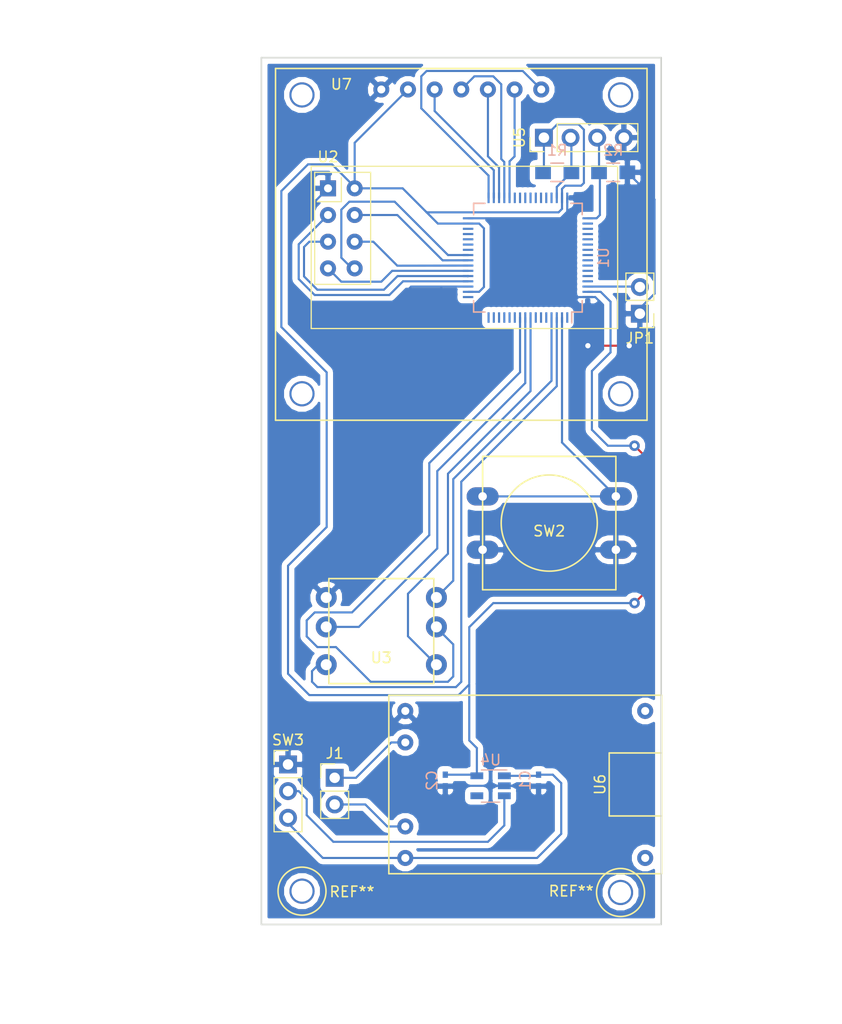
<source format=kicad_pcb>
(kicad_pcb (version 4) (host pcbnew 4.0.7)

  (general
    (links 54)
    (no_connects 1)
    (area 97.560001 19.525 185.443 118.524001)
    (thickness 1.6)
    (drawings 30)
    (tracks 224)
    (zones 0)
    (modules 17)
    (nets 66)
  )

  (page A4 portrait)
  (layers
    (0 F.Cu signal)
    (31 B.Cu signal)
    (32 B.Adhes user)
    (33 F.Adhes user)
    (34 B.Paste user)
    (35 F.Paste user)
    (36 B.SilkS user)
    (37 F.SilkS user)
    (38 B.Mask user)
    (39 F.Mask user)
    (40 Dwgs.User user)
    (41 Cmts.User user)
    (42 Eco1.User user)
    (43 Eco2.User user)
    (44 Edge.Cuts user)
    (45 Margin user)
    (46 B.CrtYd user)
    (47 F.CrtYd user)
    (48 B.Fab user)
    (49 F.Fab user)
  )

  (setup
    (last_trace_width 0.2)
    (trace_clearance 0.2)
    (zone_clearance 0.508)
    (zone_45_only no)
    (trace_min 0.2)
    (segment_width 0.2)
    (edge_width 0.15)
    (via_size 1)
    (via_drill 0.5)
    (via_min_size 0.4)
    (via_min_drill 0.3)
    (uvia_size 0.3)
    (uvia_drill 0.1)
    (uvias_allowed no)
    (uvia_min_size 0.2)
    (uvia_min_drill 0.1)
    (pcb_text_width 0.3)
    (pcb_text_size 1.5 1.5)
    (mod_edge_width 0.15)
    (mod_text_size 1 1)
    (mod_text_width 0.15)
    (pad_size 2.4 2.4)
    (pad_drill 2)
    (pad_to_mask_clearance 0.2)
    (aux_axis_origin 0 0)
    (visible_elements FFFFFF7F)
    (pcbplotparams
      (layerselection 0x00400_80000000)
      (usegerberextensions false)
      (excludeedgelayer false)
      (linewidth 0.100000)
      (plotframeref true)
      (viasonmask false)
      (mode 1)
      (useauxorigin false)
      (hpglpennumber 1)
      (hpglpenspeed 20)
      (hpglpendiameter 15)
      (hpglpenoverlay 2)
      (psnegative false)
      (psa4output false)
      (plotreference true)
      (plotvalue true)
      (plotinvisibletext false)
      (padsonsilk false)
      (subtractmaskfromsilk false)
      (outputformat 4)
      (mirror false)
      (drillshape 1)
      (scaleselection 1)
      (outputdirectory ../plot/))
  )

  (net 0 "")
  (net 1 +4V)
  (net 2 GND)
  (net 3 +3V3)
  (net 4 DEVICE_ID)
  (net 5 SWCLK)
  (net 6 SWDIO)
  (net 7 BUTTON_B)
  (net 8 BUTTON_A)
  (net 9 "Net-(SW3-Pad2)")
  (net 10 "Net-(U1-Pad1)")
  (net 11 BUTTON_UP)
  (net 12 "Net-(U1-Pad5)")
  (net 13 "Net-(U1-Pad6)")
  (net 14 "Net-(U1-Pad7)")
  (net 15 BUTTON_DOWN)
  (net 16 BUTTON_LEFT)
  (net 17 BUTTON_RIGHT)
  (net 18 "Net-(U1-Pad12)")
  (net 19 "Net-(U1-Pad13)")
  (net 20 "Net-(U1-Pad14)")
  (net 21 "Net-(U1-Pad15)")
  (net 22 "Net-(U1-Pad16)")
  (net 23 "Net-(U1-Pad17)")
  (net 24 NRF_CE)
  (net 25 NRF_SCK)
  (net 26 NRF_MISO)
  (net 27 NRF_MOSI)
  (net 28 NRF_CSN)
  (net 29 NRF_IRQ)
  (net 30 "Net-(U1-Pad26)")
  (net 31 "Net-(U1-Pad27)")
  (net 32 "Net-(U1-Pad28)")
  (net 33 "Net-(U1-Pad29)")
  (net 34 "Net-(U1-Pad30)")
  (net 35 OLED_CS)
  (net 36 OLED_CLK)
  (net 37 OLED_RES)
  (net 38 OLED_MOSI)
  (net 39 OLED_DC)
  (net 40 "Net-(U1-Pad38)")
  (net 41 "Net-(U1-Pad39)")
  (net 42 "Net-(U1-Pad40)")
  (net 43 "Net-(U1-Pad41)")
  (net 44 "Net-(U1-Pad42)")
  (net 45 "Net-(U1-Pad43)")
  (net 46 "Net-(U1-Pad44)")
  (net 47 "Net-(U1-Pad45)")
  (net 48 "Net-(U1-Pad50)")
  (net 49 "Net-(U1-Pad51)")
  (net 50 "Net-(U1-Pad52)")
  (net 51 "Net-(U1-Pad53)")
  (net 52 "Net-(U1-Pad54)")
  (net 53 "Net-(U1-Pad55)")
  (net 54 "Net-(U1-Pad56)")
  (net 55 "Net-(U1-Pad57)")
  (net 56 "Net-(U1-Pad58)")
  (net 57 "Net-(U1-Pad59)")
  (net 58 "Net-(U1-Pad60)")
  (net 59 "Net-(U1-Pad61)")
  (net 60 "Net-(U4-Pad4)")
  (net 61 +BATT)
  (net 62 -BATT)
  (net 63 "Net-(U6-Pad4)")
  (net 64 "Net-(U6-Pad3)")
  (net 65 "Net-(U1-Pad11)")

  (net_class Default "This is the default net class."
    (clearance 0.2)
    (trace_width 0.2)
    (via_dia 1)
    (via_drill 0.5)
    (uvia_dia 0.3)
    (uvia_drill 0.1)
    (add_net +3V3)
    (add_net +4V)
    (add_net +BATT)
    (add_net -BATT)
    (add_net BUTTON_A)
    (add_net BUTTON_B)
    (add_net BUTTON_DOWN)
    (add_net BUTTON_LEFT)
    (add_net BUTTON_RIGHT)
    (add_net BUTTON_UP)
    (add_net DEVICE_ID)
    (add_net GND)
    (add_net NRF_CE)
    (add_net NRF_CSN)
    (add_net NRF_IRQ)
    (add_net NRF_MISO)
    (add_net NRF_MOSI)
    (add_net NRF_SCK)
    (add_net "Net-(SW3-Pad2)")
    (add_net "Net-(U1-Pad1)")
    (add_net "Net-(U1-Pad11)")
    (add_net "Net-(U1-Pad12)")
    (add_net "Net-(U1-Pad13)")
    (add_net "Net-(U1-Pad14)")
    (add_net "Net-(U1-Pad15)")
    (add_net "Net-(U1-Pad16)")
    (add_net "Net-(U1-Pad17)")
    (add_net "Net-(U1-Pad26)")
    (add_net "Net-(U1-Pad27)")
    (add_net "Net-(U1-Pad28)")
    (add_net "Net-(U1-Pad29)")
    (add_net "Net-(U1-Pad30)")
    (add_net "Net-(U1-Pad38)")
    (add_net "Net-(U1-Pad39)")
    (add_net "Net-(U1-Pad40)")
    (add_net "Net-(U1-Pad41)")
    (add_net "Net-(U1-Pad42)")
    (add_net "Net-(U1-Pad43)")
    (add_net "Net-(U1-Pad44)")
    (add_net "Net-(U1-Pad45)")
    (add_net "Net-(U1-Pad5)")
    (add_net "Net-(U1-Pad50)")
    (add_net "Net-(U1-Pad51)")
    (add_net "Net-(U1-Pad52)")
    (add_net "Net-(U1-Pad53)")
    (add_net "Net-(U1-Pad54)")
    (add_net "Net-(U1-Pad55)")
    (add_net "Net-(U1-Pad56)")
    (add_net "Net-(U1-Pad57)")
    (add_net "Net-(U1-Pad58)")
    (add_net "Net-(U1-Pad59)")
    (add_net "Net-(U1-Pad6)")
    (add_net "Net-(U1-Pad60)")
    (add_net "Net-(U1-Pad61)")
    (add_net "Net-(U1-Pad7)")
    (add_net "Net-(U4-Pad4)")
    (add_net "Net-(U6-Pad3)")
    (add_net "Net-(U6-Pad4)")
    (add_net OLED_CLK)
    (add_net OLED_CS)
    (add_net OLED_DC)
    (add_net OLED_MOSI)
    (add_net OLED_RES)
    (add_net SWCLK)
    (add_net SWDIO)
  )

  (module tp4056 (layer F.Cu) (tedit 5AD363B4) (tstamp 5AACCC6C)
    (at 147.828 93.726 270)
    (path /5AACCD90)
    (fp_text reference U6 (at 0 -7.128 270) (layer F.SilkS)
      (effects (font (size 1 1) (thickness 0.15)))
    )
    (fp_text value TP4056 (at 0 -9.16 270) (layer F.Fab)
      (effects (font (size 1 1) (thickness 0.15)))
    )
    (fp_line (start -3 -13) (end -3 -8) (layer F.SilkS) (width 0.15))
    (fp_line (start -3 -8) (end 3 -8) (layer F.SilkS) (width 0.15))
    (fp_line (start 3 -8) (end 3 -13) (layer F.SilkS) (width 0.15))
    (fp_line (start -8.5 13) (end 8.5 13) (layer F.SilkS) (width 0.15))
    (fp_line (start 8.5 13) (end 8.5 -13) (layer F.SilkS) (width 0.15))
    (fp_line (start 8.5 -13) (end -8.5 -13) (layer F.SilkS) (width 0.15))
    (fp_line (start -8.5 -13) (end -8.5 13) (layer F.SilkS) (width 0.15))
    (pad 2 thru_hole circle (at -7 11.43 270) (size 1.524 1.524) (drill 0.762) (layers *.Cu *.Mask)
      (net 2 GND))
    (pad 1 thru_hole circle (at 7 11.43 270) (size 1.524 1.524) (drill 0.762) (layers *.Cu *.Mask)
      (net 1 +4V))
    (pad 3 thru_hole circle (at 7 -11.43 270) (size 1.524 1.524) (drill 0.762) (layers *.Cu *.Mask)
      (net 64 "Net-(U6-Pad3)"))
    (pad 4 thru_hole circle (at -7 -11.43 270) (size 1.524 1.524) (drill 0.762) (layers *.Cu *.Mask)
      (net 63 "Net-(U6-Pad4)"))
    (pad 6 thru_hole circle (at -4 11.43 270) (size 1.524 1.524) (drill 0.762) (layers *.Cu *.Mask)
      (net 62 -BATT))
    (pad 5 thru_hole circle (at 4 11.43 270) (size 1.524 1.524) (drill 0.762) (layers *.Cu *.Mask)
      (net 61 +BATT))
    (model Connectors_USB.3dshapes/USB_Micro-B_Molex_47346-0001.wrl
      (at (xyz 0 0.45 0.03937))
      (scale (xyz 1 1 1))
      (rotate (xyz 0 0 180))
    )
    (model /Users/desertkun/Documents/Work/stm32/pods/layout/box.wrl
      (at (xyz 0 0 0))
      (scale (xyz 17 28 1))
      (rotate (xyz 0 0 0))
    )
  )

  (module Housings_QFP:LQFP-64_10x10mm_Pitch0.5mm (layer B.Cu) (tedit 5AD360E7) (tstamp 5AACCC3A)
    (at 148.082 43.561 90)
    (descr "64 LEAD LQFP 10x10mm (see MICREL LQFP10x10-64LD-PL-1.pdf)")
    (tags "QFP 0.5")
    (path /5AAB1275)
    (attr smd)
    (fp_text reference U1 (at 0 7.2 90) (layer B.SilkS)
      (effects (font (size 1 1) (thickness 0.15)) (justify mirror))
    )
    (fp_text value STM32F103RCT6 (at 0 -7.2 90) (layer B.Fab)
      (effects (font (size 1 1) (thickness 0.15)) (justify mirror))
    )
    (fp_text user %R (at 0 0 180) (layer B.Fab)
      (effects (font (size 1 1) (thickness 0.15)) (justify mirror))
    )
    (fp_line (start -4 5) (end 5 5) (layer B.Fab) (width 0.15))
    (fp_line (start 5 5) (end 5 -5) (layer B.Fab) (width 0.15))
    (fp_line (start 5 -5) (end -5 -5) (layer B.Fab) (width 0.15))
    (fp_line (start -5 -5) (end -5 4) (layer B.Fab) (width 0.15))
    (fp_line (start -5 4) (end -4 5) (layer B.Fab) (width 0.15))
    (fp_line (start -6.45 6.45) (end -6.45 -6.45) (layer B.CrtYd) (width 0.05))
    (fp_line (start 6.45 6.45) (end 6.45 -6.45) (layer B.CrtYd) (width 0.05))
    (fp_line (start -6.45 6.45) (end 6.45 6.45) (layer B.CrtYd) (width 0.05))
    (fp_line (start -6.45 -6.45) (end 6.45 -6.45) (layer B.CrtYd) (width 0.05))
    (fp_line (start -5.175 5.175) (end -5.175 4.175) (layer B.SilkS) (width 0.15))
    (fp_line (start 5.175 5.175) (end 5.175 4.1) (layer B.SilkS) (width 0.15))
    (fp_line (start 5.175 -5.175) (end 5.175 -4.1) (layer B.SilkS) (width 0.15))
    (fp_line (start -5.175 -5.175) (end -5.175 -4.1) (layer B.SilkS) (width 0.15))
    (fp_line (start -5.175 5.175) (end -4.1 5.175) (layer B.SilkS) (width 0.15))
    (fp_line (start -5.175 -5.175) (end -4.1 -5.175) (layer B.SilkS) (width 0.15))
    (fp_line (start 5.175 -5.175) (end 4.1 -5.175) (layer B.SilkS) (width 0.15))
    (fp_line (start 5.175 5.175) (end 4.1 5.175) (layer B.SilkS) (width 0.15))
    (fp_line (start -5.175 4.175) (end -6.2 4.175) (layer B.SilkS) (width 0.15))
    (pad 1 smd rect (at -5.7 3.75 90) (size 1 0.2) (layers B.Cu B.Paste B.Mask)
      (net 10 "Net-(U1-Pad1)"))
    (pad 2 smd rect (at -5.7 3.25 90) (size 1 0.2) (layers B.Cu B.Paste B.Mask)
      (net 8 BUTTON_A))
    (pad 3 smd rect (at -5.7 2.75 90) (size 1 0.2) (layers B.Cu B.Paste B.Mask)
      (net 7 BUTTON_B))
    (pad 4 smd rect (at -5.7 2.25 90) (size 1 0.2) (layers B.Cu B.Paste B.Mask)
      (net 11 BUTTON_UP))
    (pad 5 smd rect (at -5.7 1.75 90) (size 1 0.2) (layers B.Cu B.Paste B.Mask)
      (net 12 "Net-(U1-Pad5)"))
    (pad 6 smd rect (at -5.7 1.25 90) (size 1 0.2) (layers B.Cu B.Paste B.Mask)
      (net 13 "Net-(U1-Pad6)"))
    (pad 7 smd rect (at -5.7 0.75 90) (size 1 0.2) (layers B.Cu B.Paste B.Mask)
      (net 14 "Net-(U1-Pad7)"))
    (pad 8 smd rect (at -5.7 0.25 90) (size 1 0.2) (layers B.Cu B.Paste B.Mask)
      (net 15 BUTTON_DOWN))
    (pad 9 smd rect (at -5.7 -0.25 90) (size 1 0.2) (layers B.Cu B.Paste B.Mask)
      (net 16 BUTTON_LEFT))
    (pad 10 smd rect (at -5.7 -0.75 90) (size 1 0.2) (layers B.Cu B.Paste B.Mask)
      (net 17 BUTTON_RIGHT))
    (pad 11 smd rect (at -5.7 -1.25 90) (size 1 0.2) (layers B.Cu B.Paste B.Mask)
      (net 65 "Net-(U1-Pad11)"))
    (pad 12 smd rect (at -5.7 -1.75 90) (size 1 0.2) (layers B.Cu B.Paste B.Mask)
      (net 18 "Net-(U1-Pad12)"))
    (pad 13 smd rect (at -5.7 -2.25 90) (size 1 0.2) (layers B.Cu B.Paste B.Mask)
      (net 19 "Net-(U1-Pad13)"))
    (pad 14 smd rect (at -5.7 -2.75 90) (size 1 0.2) (layers B.Cu B.Paste B.Mask)
      (net 20 "Net-(U1-Pad14)"))
    (pad 15 smd rect (at -5.7 -3.25 90) (size 1 0.2) (layers B.Cu B.Paste B.Mask)
      (net 21 "Net-(U1-Pad15)"))
    (pad 16 smd rect (at -5.7 -3.75 90) (size 1 0.2) (layers B.Cu B.Paste B.Mask)
      (net 22 "Net-(U1-Pad16)"))
    (pad 17 smd rect (at -3.75 -5.7) (size 1 0.2) (layers B.Cu B.Paste B.Mask)
      (net 23 "Net-(U1-Pad17)"))
    (pad 18 smd rect (at -3.25 -5.7) (size 1 0.2) (layers B.Cu B.Paste B.Mask)
      (net 3 +3V3))
    (pad 19 smd rect (at -2.75 -5.7) (size 1 0.2) (layers B.Cu B.Paste B.Mask)
      (net 2 GND))
    (pad 20 smd rect (at -2.25 -5.7) (size 1 0.2) (layers B.Cu B.Paste B.Mask)
      (net 24 NRF_CE))
    (pad 21 smd rect (at -1.75 -5.7) (size 1 0.2) (layers B.Cu B.Paste B.Mask)
      (net 25 NRF_SCK))
    (pad 22 smd rect (at -1.25 -5.7) (size 1 0.2) (layers B.Cu B.Paste B.Mask)
      (net 26 NRF_MISO))
    (pad 23 smd rect (at -0.75 -5.7) (size 1 0.2) (layers B.Cu B.Paste B.Mask)
      (net 27 NRF_MOSI))
    (pad 24 smd rect (at -0.25 -5.7) (size 1 0.2) (layers B.Cu B.Paste B.Mask)
      (net 28 NRF_CSN))
    (pad 25 smd rect (at 0.25 -5.7) (size 1 0.2) (layers B.Cu B.Paste B.Mask)
      (net 29 NRF_IRQ))
    (pad 26 smd rect (at 0.75 -5.7) (size 1 0.2) (layers B.Cu B.Paste B.Mask)
      (net 30 "Net-(U1-Pad26)"))
    (pad 27 smd rect (at 1.25 -5.7) (size 1 0.2) (layers B.Cu B.Paste B.Mask)
      (net 31 "Net-(U1-Pad27)"))
    (pad 28 smd rect (at 1.75 -5.7) (size 1 0.2) (layers B.Cu B.Paste B.Mask)
      (net 32 "Net-(U1-Pad28)"))
    (pad 29 smd rect (at 2.25 -5.7) (size 1 0.2) (layers B.Cu B.Paste B.Mask)
      (net 33 "Net-(U1-Pad29)"))
    (pad 30 smd rect (at 2.75 -5.7) (size 1 0.2) (layers B.Cu B.Paste B.Mask)
      (net 34 "Net-(U1-Pad30)"))
    (pad 31 smd rect (at 3.25 -5.7) (size 1 0.2) (layers B.Cu B.Paste B.Mask)
      (net 3 +3V3))
    (pad 32 smd rect (at 3.75 -5.7) (size 1 0.2) (layers B.Cu B.Paste B.Mask)
      (net 2 GND))
    (pad 33 smd rect (at 5.7 -3.75 90) (size 1 0.2) (layers B.Cu B.Paste B.Mask)
      (net 35 OLED_CS))
    (pad 34 smd rect (at 5.7 -3.25 90) (size 1 0.2) (layers B.Cu B.Paste B.Mask)
      (net 36 OLED_CLK))
    (pad 35 smd rect (at 5.7 -2.75 90) (size 1 0.2) (layers B.Cu B.Paste B.Mask)
      (net 37 OLED_RES))
    (pad 36 smd rect (at 5.7 -2.25 90) (size 1 0.2) (layers B.Cu B.Paste B.Mask)
      (net 38 OLED_MOSI))
    (pad 37 smd rect (at 5.7 -1.75 90) (size 1 0.2) (layers B.Cu B.Paste B.Mask)
      (net 39 OLED_DC))
    (pad 38 smd rect (at 5.7 -1.25 90) (size 1 0.2) (layers B.Cu B.Paste B.Mask)
      (net 40 "Net-(U1-Pad38)"))
    (pad 39 smd rect (at 5.7 -0.75 90) (size 1 0.2) (layers B.Cu B.Paste B.Mask)
      (net 41 "Net-(U1-Pad39)"))
    (pad 40 smd rect (at 5.7 -0.25 90) (size 1 0.2) (layers B.Cu B.Paste B.Mask)
      (net 42 "Net-(U1-Pad40)"))
    (pad 41 smd rect (at 5.7 0.25 90) (size 1 0.2) (layers B.Cu B.Paste B.Mask)
      (net 43 "Net-(U1-Pad41)"))
    (pad 42 smd rect (at 5.7 0.75 90) (size 1 0.2) (layers B.Cu B.Paste B.Mask)
      (net 44 "Net-(U1-Pad42)"))
    (pad 43 smd rect (at 5.7 1.25 90) (size 1 0.2) (layers B.Cu B.Paste B.Mask)
      (net 45 "Net-(U1-Pad43)"))
    (pad 44 smd rect (at 5.7 1.75 90) (size 1 0.2) (layers B.Cu B.Paste B.Mask)
      (net 46 "Net-(U1-Pad44)"))
    (pad 45 smd rect (at 5.7 2.25 90) (size 1 0.2) (layers B.Cu B.Paste B.Mask)
      (net 47 "Net-(U1-Pad45)"))
    (pad 46 smd rect (at 5.7 2.75 90) (size 1 0.2) (layers B.Cu B.Paste B.Mask)
      (net 6 SWDIO))
    (pad 47 smd rect (at 5.7 3.25 90) (size 1 0.2) (layers B.Cu B.Paste B.Mask)
      (net 3 +3V3))
    (pad 48 smd rect (at 5.7 3.75 90) (size 1 0.2) (layers B.Cu B.Paste B.Mask)
      (net 2 GND))
    (pad 49 smd rect (at 3.75 5.7) (size 1 0.2) (layers B.Cu B.Paste B.Mask)
      (net 5 SWCLK))
    (pad 50 smd rect (at 3.25 5.7) (size 1 0.2) (layers B.Cu B.Paste B.Mask)
      (net 48 "Net-(U1-Pad50)"))
    (pad 51 smd rect (at 2.75 5.7) (size 1 0.2) (layers B.Cu B.Paste B.Mask)
      (net 49 "Net-(U1-Pad51)"))
    (pad 52 smd rect (at 2.25 5.7) (size 1 0.2) (layers B.Cu B.Paste B.Mask)
      (net 50 "Net-(U1-Pad52)"))
    (pad 53 smd rect (at 1.75 5.7) (size 1 0.2) (layers B.Cu B.Paste B.Mask)
      (net 51 "Net-(U1-Pad53)"))
    (pad 54 smd rect (at 1.25 5.7) (size 1 0.2) (layers B.Cu B.Paste B.Mask)
      (net 52 "Net-(U1-Pad54)"))
    (pad 55 smd rect (at 0.75 5.7) (size 1 0.2) (layers B.Cu B.Paste B.Mask)
      (net 53 "Net-(U1-Pad55)"))
    (pad 56 smd rect (at 0.25 5.7) (size 1 0.2) (layers B.Cu B.Paste B.Mask)
      (net 54 "Net-(U1-Pad56)"))
    (pad 57 smd rect (at -0.25 5.7) (size 1 0.2) (layers B.Cu B.Paste B.Mask)
      (net 55 "Net-(U1-Pad57)"))
    (pad 58 smd rect (at -0.75 5.7) (size 1 0.2) (layers B.Cu B.Paste B.Mask)
      (net 56 "Net-(U1-Pad58)"))
    (pad 59 smd rect (at -1.25 5.7) (size 1 0.2) (layers B.Cu B.Paste B.Mask)
      (net 57 "Net-(U1-Pad59)"))
    (pad 60 smd rect (at -1.75 5.7) (size 1 0.2) (layers B.Cu B.Paste B.Mask)
      (net 58 "Net-(U1-Pad60)"))
    (pad 61 smd rect (at -2.25 5.7) (size 1 0.2) (layers B.Cu B.Paste B.Mask)
      (net 59 "Net-(U1-Pad61)"))
    (pad 62 smd rect (at -2.75 5.7) (size 1 0.2) (layers B.Cu B.Paste B.Mask)
      (net 4 DEVICE_ID))
    (pad 63 smd rect (at -3.25 5.7) (size 1 0.2) (layers B.Cu B.Paste B.Mask)
      (net 3 +3V3))
    (pad 64 smd rect (at -3.75 5.7) (size 1 0.2) (layers B.Cu B.Paste B.Mask)
      (net 2 GND))
    (model Housings_QFP.3dshapes/LQFP-64_10x10mm_Pitch0.5mm.wrl
      (at (xyz 0 0 0))
      (scale (xyz 1 1 1))
      (rotate (xyz 0 0 0))
    )
  )

  (module sh1106:sh1106 (layer F.Cu) (tedit 5AB53DCD) (tstamp 5AACE5BF)
    (at 141.732 42.291)
    (path /5AAB25A9)
    (fp_text reference U7 (at -11.43 -15.24) (layer F.SilkS)
      (effects (font (size 1 1) (thickness 0.15)))
    )
    (fp_text value SH1106 (at -13.97 -11.43) (layer F.Fab)
      (effects (font (size 1 1) (thickness 0.15)))
    )
    (fp_line (start 17.75 11.5) (end 17.75 -11.5) (layer Eco1.User) (width 0.15))
    (fp_line (start -17.75 -11.5) (end -17.75 11.5) (layer Eco1.User) (width 0.15))
    (fp_line (start 17.75 -11.5) (end -17.75 -11.5) (layer Eco1.User) (width 0.15))
    (fp_line (start -17.75 11.5) (end 17.75 11.5) (layer Eco1.User) (width 0.15))
    (fp_line (start -17.7 16.75) (end 17.7 16.75) (layer F.SilkS) (width 0.15))
    (fp_line (start 17.7 16.75) (end 17.7 -16.75) (layer F.SilkS) (width 0.15))
    (fp_line (start 17.7 -16.75) (end -17.7 -16.75) (layer F.SilkS) (width 0.15))
    (fp_line (start -17.7 -16.75) (end -17.7 16.75) (layer F.SilkS) (width 0.15))
    (pad "" thru_hole circle (at 15.18 14.23) (size 2.4 2.4) (drill 2) (layers *.Cu *.Mask Eco1.User))
    (pad 1 thru_hole circle (at -7.62 -14.75) (size 1.524 1.524) (drill 0.762) (layers *.Cu *.Mask)
      (net 2 GND))
    (pad 2 thru_hole circle (at -5.08 -14.75) (size 1.524 1.524) (drill 0.762) (layers *.Cu *.Mask)
      (net 3 +3V3))
    (pad 3 thru_hole circle (at -2.54 -14.75) (size 1.524 1.524) (drill 0.762) (layers *.Cu *.Mask)
      (net 36 OLED_CLK))
    (pad 4 thru_hole circle (at 0 -14.75) (size 1.524 1.524) (drill 0.762) (layers *.Cu *.Mask)
      (net 38 OLED_MOSI))
    (pad 5 thru_hole circle (at 2.54 -14.75) (size 1.524 1.524) (drill 0.762) (layers *.Cu *.Mask)
      (net 37 OLED_RES))
    (pad 6 thru_hole circle (at 5.08 -14.75) (size 1.524 1.524) (drill 0.762) (layers *.Cu *.Mask)
      (net 39 OLED_DC))
    (pad 7 thru_hole circle (at 7.62 -14.75) (size 1.524 1.524) (drill 0.762) (layers *.Cu *.Mask)
      (net 35 OLED_CS))
    (pad "" thru_hole circle (at -15.18 -14.23) (size 2.4 2.4) (drill 2) (layers *.Cu *.Mask Eco1.User))
    (pad "" thru_hole circle (at 15.18 -14.23) (size 2.4 2.4) (drill 2) (layers *.Cu *.Mask Eco1.User))
    (pad "" thru_hole circle (at -15.18 14.23) (size 2.4 2.4) (drill 2) (layers *.Cu *.Mask Eco1.User))
    (model Pin_Headers.3dshapes/Pin_Header_Straight_1x07_Pitch2.54mm.wrl
      (at (xyz -0.3 0.58 0))
      (scale (xyz 1 1 1))
      (rotate (xyz 0 0 -90))
    )
  )

  (module Connectors:1pin (layer F.Cu) (tedit 5AB539B0) (tstamp 5ABE23BF)
    (at 156.9085 104.013)
    (descr "module 1 pin (ou trou mecanique de percage)")
    (tags DEV)
    (fp_text reference REF** (at -4.699 -0.127) (layer F.SilkS)
      (effects (font (size 1 1) (thickness 0.15)))
    )
    (fp_text value 1pin (at -3.2385 -1.8415) (layer F.Fab)
      (effects (font (size 1 1) (thickness 0.15)))
    )
    (fp_circle (center 0 0) (end 0 -2.286) (layer F.SilkS) (width 0.15))
    (pad 1 thru_hole circle (at 0 0) (size 2.4 2.4) (drill 2) (layers *.Cu *.Mask Eco1.User))
  )

  (module Capacitors_SMD:C_0402_NoSilk (layer B.Cu) (tedit 58AA8408) (tstamp 5AACCBC7)
    (at 149.098 93.345 270)
    (descr "Capacitor SMD 0402, reflow soldering, AVX (see smccp.pdf)")
    (tags "capacitor 0402")
    (path /5AAB2CEF)
    (attr smd)
    (fp_text reference C1 (at 0 1.27 270) (layer B.SilkS)
      (effects (font (size 1 1) (thickness 0.15)) (justify mirror))
    )
    (fp_text value 1mk (at 0 -1.27 270) (layer B.Fab)
      (effects (font (size 1 1) (thickness 0.15)) (justify mirror))
    )
    (fp_text user %R (at 0 1.27 270) (layer B.Fab)
      (effects (font (size 1 1) (thickness 0.15)) (justify mirror))
    )
    (fp_line (start -0.5 -0.25) (end -0.5 0.25) (layer B.Fab) (width 0.1))
    (fp_line (start 0.5 -0.25) (end -0.5 -0.25) (layer B.Fab) (width 0.1))
    (fp_line (start 0.5 0.25) (end 0.5 -0.25) (layer B.Fab) (width 0.1))
    (fp_line (start -0.5 0.25) (end 0.5 0.25) (layer B.Fab) (width 0.1))
    (fp_line (start -1 0.4) (end 1 0.4) (layer B.CrtYd) (width 0.05))
    (fp_line (start -1 0.4) (end -1 -0.4) (layer B.CrtYd) (width 0.05))
    (fp_line (start 1 -0.4) (end 1 0.4) (layer B.CrtYd) (width 0.05))
    (fp_line (start 1 -0.4) (end -1 -0.4) (layer B.CrtYd) (width 0.05))
    (pad 1 smd rect (at -0.55 0 270) (size 0.6 0.5) (layers B.Cu B.Paste B.Mask)
      (net 1 +4V))
    (pad 2 smd rect (at 0.55 0 270) (size 0.6 0.5) (layers B.Cu B.Paste B.Mask)
      (net 2 GND))
    (model Capacitors_SMD.3dshapes/C_0402.wrl
      (at (xyz 0 0 0))
      (scale (xyz 1 1 1))
      (rotate (xyz 0 0 0))
    )
  )

  (module Capacitors_SMD:C_0402_NoSilk (layer B.Cu) (tedit 58AA8408) (tstamp 5AACCBCD)
    (at 140.208 93.345 270)
    (descr "Capacitor SMD 0402, reflow soldering, AVX (see smccp.pdf)")
    (tags "capacitor 0402")
    (path /5AAB30C6)
    (attr smd)
    (fp_text reference C2 (at 0 1.27 270) (layer B.SilkS)
      (effects (font (size 1 1) (thickness 0.15)) (justify mirror))
    )
    (fp_text value 1mk (at 0 -1.27 270) (layer B.Fab)
      (effects (font (size 1 1) (thickness 0.15)) (justify mirror))
    )
    (fp_text user %R (at 0 1.27 270) (layer B.Fab)
      (effects (font (size 1 1) (thickness 0.15)) (justify mirror))
    )
    (fp_line (start -0.5 -0.25) (end -0.5 0.25) (layer B.Fab) (width 0.1))
    (fp_line (start 0.5 -0.25) (end -0.5 -0.25) (layer B.Fab) (width 0.1))
    (fp_line (start 0.5 0.25) (end 0.5 -0.25) (layer B.Fab) (width 0.1))
    (fp_line (start -0.5 0.25) (end 0.5 0.25) (layer B.Fab) (width 0.1))
    (fp_line (start -1 0.4) (end 1 0.4) (layer B.CrtYd) (width 0.05))
    (fp_line (start -1 0.4) (end -1 -0.4) (layer B.CrtYd) (width 0.05))
    (fp_line (start 1 -0.4) (end 1 0.4) (layer B.CrtYd) (width 0.05))
    (fp_line (start 1 -0.4) (end -1 -0.4) (layer B.CrtYd) (width 0.05))
    (pad 1 smd rect (at -0.55 0 270) (size 0.6 0.5) (layers B.Cu B.Paste B.Mask)
      (net 3 +3V3))
    (pad 2 smd rect (at 0.55 0 270) (size 0.6 0.5) (layers B.Cu B.Paste B.Mask)
      (net 2 GND))
    (model Capacitors_SMD.3dshapes/C_0402.wrl
      (at (xyz 0 0 0))
      (scale (xyz 1 1 1))
      (rotate (xyz 0 0 0))
    )
  )

  (module Pin_Headers:Pin_Header_Straight_1x02_Pitch2.54mm (layer F.Cu) (tedit 5AB2FA30) (tstamp 5AACCBD3)
    (at 158.75 48.895 180)
    (descr "Through hole straight pin header, 1x02, 2.54mm pitch, single row")
    (tags "Through hole pin header THT 1x02 2.54mm single row")
    (path /5AAB359B)
    (fp_text reference JP1 (at 0 -2.33 180) (layer F.SilkS)
      (effects (font (size 1 1) (thickness 0.15)))
    )
    (fp_text value Jumper (at 0 4.87 180) (layer F.Fab)
      (effects (font (size 1 1) (thickness 0.15)))
    )
    (fp_line (start -0.635 -1.27) (end 1.27 -1.27) (layer F.Fab) (width 0.1))
    (fp_line (start 1.27 -1.27) (end 1.27 3.81) (layer F.Fab) (width 0.1))
    (fp_line (start 1.27 3.81) (end -1.27 3.81) (layer F.Fab) (width 0.1))
    (fp_line (start -1.27 3.81) (end -1.27 -0.635) (layer F.Fab) (width 0.1))
    (fp_line (start -1.27 -0.635) (end -0.635 -1.27) (layer F.Fab) (width 0.1))
    (fp_line (start -1.33 3.87) (end 1.33 3.87) (layer F.SilkS) (width 0.12))
    (fp_line (start -1.33 1.27) (end -1.33 3.87) (layer F.SilkS) (width 0.12))
    (fp_line (start 1.33 1.27) (end 1.33 3.87) (layer F.SilkS) (width 0.12))
    (fp_line (start -1.33 1.27) (end 1.33 1.27) (layer F.SilkS) (width 0.12))
    (fp_line (start -1.33 0) (end -1.33 -1.33) (layer F.SilkS) (width 0.12))
    (fp_line (start -1.33 -1.33) (end 0 -1.33) (layer F.SilkS) (width 0.12))
    (fp_line (start -1.8 -1.8) (end -1.8 4.35) (layer F.CrtYd) (width 0.05))
    (fp_line (start -1.8 4.35) (end 1.8 4.35) (layer F.CrtYd) (width 0.05))
    (fp_line (start 1.8 4.35) (end 1.8 -1.8) (layer F.CrtYd) (width 0.05))
    (fp_line (start 1.8 -1.8) (end -1.8 -1.8) (layer F.CrtYd) (width 0.05))
    (fp_text user %R (at -2.794 1.27 270) (layer F.Fab)
      (effects (font (size 1 1) (thickness 0.15)))
    )
    (pad 1 thru_hole rect (at 0 0 180) (size 1.7 1.7) (drill 1) (layers *.Cu *.Mask)
      (net 2 GND))
    (pad 2 thru_hole oval (at 0 2.54 180) (size 1.7 1.7) (drill 1) (layers *.Cu *.Mask)
      (net 4 DEVICE_ID))
    (model ${KISYS3DMOD}/Pin_Headers.3dshapes/Pin_Header_Straight_1x02_Pitch2.54mm.wrl
      (at (xyz 0 0 0))
      (scale (xyz 1 1 1))
      (rotate (xyz 0 0 0))
    )
  )

  (module TO_SOT_Packages_SMD:TSOT-23-5 (layer B.Cu) (tedit 58CE4E80) (tstamp 5AACCC5A)
    (at 144.526 93.853 180)
    (descr "5-pin TSOT23 package, http://cds.linear.com/docs/en/packaging/SOT_5_05-08-1635.pdf")
    (tags TSOT-23-5)
    (path /5AAB2BDA)
    (attr smd)
    (fp_text reference U4 (at 0 2.45 180) (layer B.SilkS)
      (effects (font (size 1 1) (thickness 0.15)) (justify mirror))
    )
    (fp_text value ADP1710AUJZ (at 0 -2.5 180) (layer B.Fab)
      (effects (font (size 1 1) (thickness 0.15)) (justify mirror))
    )
    (fp_text user %R (at 0 0 450) (layer B.Fab)
      (effects (font (size 0.5 0.5) (thickness 0.075)) (justify mirror))
    )
    (fp_line (start -0.88 -1.56) (end 0.88 -1.56) (layer B.SilkS) (width 0.12))
    (fp_line (start 0.88 1.51) (end -1.55 1.51) (layer B.SilkS) (width 0.12))
    (fp_line (start -0.88 1) (end -0.43 1.45) (layer B.Fab) (width 0.1))
    (fp_line (start 0.88 1.45) (end -0.43 1.45) (layer B.Fab) (width 0.1))
    (fp_line (start -0.88 1) (end -0.88 -1.45) (layer B.Fab) (width 0.1))
    (fp_line (start 0.88 -1.45) (end -0.88 -1.45) (layer B.Fab) (width 0.1))
    (fp_line (start 0.88 1.45) (end 0.88 -1.45) (layer B.Fab) (width 0.1))
    (fp_line (start -2.17 1.7) (end 2.17 1.7) (layer B.CrtYd) (width 0.05))
    (fp_line (start -2.17 1.7) (end -2.17 -1.7) (layer B.CrtYd) (width 0.05))
    (fp_line (start 2.17 -1.7) (end 2.17 1.7) (layer B.CrtYd) (width 0.05))
    (fp_line (start 2.17 -1.7) (end -2.17 -1.7) (layer B.CrtYd) (width 0.05))
    (pad 1 smd rect (at -1.31 0.95 180) (size 1.22 0.65) (layers B.Cu B.Paste B.Mask)
      (net 1 +4V))
    (pad 2 smd rect (at -1.31 0 180) (size 1.22 0.65) (layers B.Cu B.Paste B.Mask)
      (net 2 GND))
    (pad 3 smd rect (at -1.31 -0.95 180) (size 1.22 0.65) (layers B.Cu B.Paste B.Mask)
      (net 9 "Net-(SW3-Pad2)"))
    (pad 4 smd rect (at 1.31 -0.95 180) (size 1.22 0.65) (layers B.Cu B.Paste B.Mask)
      (net 60 "Net-(U4-Pad4)"))
    (pad 5 smd rect (at 1.31 0.95 180) (size 1.22 0.65) (layers B.Cu B.Paste B.Mask)
      (net 3 +3V3))
    (model ${KISYS3DMOD}/TO_SOT_Packages_SMD.3dshapes/TSOT-23-5.wrl
      (at (xyz 0 0 0))
      (scale (xyz 1 1 1))
      (rotate (xyz 0 0 0))
    )
  )

  (module Pin_Headers:Pin_Header_Straight_1x04_Pitch2.54mm (layer F.Cu) (tedit 59650532) (tstamp 5AACCC62)
    (at 149.606 32.131 90)
    (descr "Through hole straight pin header, 1x04, 2.54mm pitch, single row")
    (tags "Through hole pin header THT 1x04 2.54mm single row")
    (path /5AB30428)
    (fp_text reference U5 (at 0 -2.33 90) (layer F.SilkS)
      (effects (font (size 1 1) (thickness 0.15)))
    )
    (fp_text value SWD (at 0 9.95 90) (layer F.Fab)
      (effects (font (size 1 1) (thickness 0.15)))
    )
    (fp_line (start -0.635 -1.27) (end 1.27 -1.27) (layer F.Fab) (width 0.1))
    (fp_line (start 1.27 -1.27) (end 1.27 8.89) (layer F.Fab) (width 0.1))
    (fp_line (start 1.27 8.89) (end -1.27 8.89) (layer F.Fab) (width 0.1))
    (fp_line (start -1.27 8.89) (end -1.27 -0.635) (layer F.Fab) (width 0.1))
    (fp_line (start -1.27 -0.635) (end -0.635 -1.27) (layer F.Fab) (width 0.1))
    (fp_line (start -1.33 8.95) (end 1.33 8.95) (layer F.SilkS) (width 0.12))
    (fp_line (start -1.33 1.27) (end -1.33 8.95) (layer F.SilkS) (width 0.12))
    (fp_line (start 1.33 1.27) (end 1.33 8.95) (layer F.SilkS) (width 0.12))
    (fp_line (start -1.33 1.27) (end 1.33 1.27) (layer F.SilkS) (width 0.12))
    (fp_line (start -1.33 0) (end -1.33 -1.33) (layer F.SilkS) (width 0.12))
    (fp_line (start -1.33 -1.33) (end 0 -1.33) (layer F.SilkS) (width 0.12))
    (fp_line (start -1.8 -1.8) (end -1.8 9.4) (layer F.CrtYd) (width 0.05))
    (fp_line (start -1.8 9.4) (end 1.8 9.4) (layer F.CrtYd) (width 0.05))
    (fp_line (start 1.8 9.4) (end 1.8 -1.8) (layer F.CrtYd) (width 0.05))
    (fp_line (start 1.8 -1.8) (end -1.8 -1.8) (layer F.CrtYd) (width 0.05))
    (fp_text user %R (at 0 3.81 180) (layer F.Fab)
      (effects (font (size 1 1) (thickness 0.15)))
    )
    (pad 1 thru_hole rect (at 0 0 90) (size 1.7 1.7) (drill 1) (layers *.Cu *.Mask)
      (net 3 +3V3))
    (pad 2 thru_hole oval (at 0 2.54 90) (size 1.7 1.7) (drill 1) (layers *.Cu *.Mask)
      (net 6 SWDIO))
    (pad 3 thru_hole oval (at 0 5.08 90) (size 1.7 1.7) (drill 1) (layers *.Cu *.Mask)
      (net 5 SWCLK))
    (pad 4 thru_hole oval (at 0 7.62 90) (size 1.7 1.7) (drill 1) (layers *.Cu *.Mask)
      (net 2 GND))
    (model ${KISYS3DMOD}/Pin_Headers.3dshapes/Pin_Header_Straight_1x04_Pitch2.54mm.wrl
      (at (xyz 0 0 0))
      (scale (xyz 1 1 1))
      (rotate (xyz 0 0 0))
    )
  )

  (module Pin_Headers:Pin_Header_Straight_1x02_Pitch2.54mm (layer F.Cu) (tedit 5AB2FE08) (tstamp 5AACD2B9)
    (at 129.667 93.091)
    (descr "Through hole straight pin header, 1x02, 2.54mm pitch, single row")
    (tags "Through hole pin header THT 1x02 2.54mm single row")
    (path /5AACD6C7)
    (fp_text reference J1 (at 0 -2.33) (layer F.SilkS)
      (effects (font (size 1 1) (thickness 0.15)))
    )
    (fp_text value BATTERY (at 0 4.87) (layer F.Fab)
      (effects (font (size 1 1) (thickness 0.15)))
    )
    (fp_line (start -0.635 -1.27) (end 1.27 -1.27) (layer F.Fab) (width 0.1))
    (fp_line (start 1.27 -1.27) (end 1.27 3.81) (layer F.Fab) (width 0.1))
    (fp_line (start 1.27 3.81) (end -1.27 3.81) (layer F.Fab) (width 0.1))
    (fp_line (start -1.27 3.81) (end -1.27 -0.635) (layer F.Fab) (width 0.1))
    (fp_line (start -1.27 -0.635) (end -0.635 -1.27) (layer F.Fab) (width 0.1))
    (fp_line (start -1.33 3.87) (end 1.33 3.87) (layer F.SilkS) (width 0.12))
    (fp_line (start -1.33 1.27) (end -1.33 3.87) (layer F.SilkS) (width 0.12))
    (fp_line (start 1.33 1.27) (end 1.33 3.87) (layer F.SilkS) (width 0.12))
    (fp_line (start -1.33 1.27) (end 1.33 1.27) (layer F.SilkS) (width 0.12))
    (fp_line (start -1.33 0) (end -1.33 -1.33) (layer F.SilkS) (width 0.12))
    (fp_line (start -1.33 -1.33) (end 0 -1.33) (layer F.SilkS) (width 0.12))
    (fp_line (start -1.8 -1.8) (end -1.8 4.35) (layer F.CrtYd) (width 0.05))
    (fp_line (start -1.8 4.35) (end 1.8 4.35) (layer F.CrtYd) (width 0.05))
    (fp_line (start 1.8 4.35) (end 1.8 -1.8) (layer F.CrtYd) (width 0.05))
    (fp_line (start 1.8 -1.8) (end -1.8 -1.8) (layer F.CrtYd) (width 0.05))
    (fp_text user %R (at -2.794 -0.508 90) (layer F.Fab)
      (effects (font (size 1 1) (thickness 0.15)))
    )
    (pad 1 thru_hole rect (at 0 0) (size 1.7 1.7) (drill 1) (layers *.Cu *.Mask)
      (net 62 -BATT))
    (pad 2 thru_hole oval (at 0 2.54) (size 1.7 1.7) (drill 1) (layers *.Cu *.Mask)
      (net 61 +BATT))
    (model ${KISYS3DMOD}/Pin_Headers.3dshapes/Pin_Header_Straight_1x02_Pitch2.54mm.wrl
      (at (xyz 0 0 0))
      (scale (xyz 1 1 1))
      (rotate (xyz 0 0 0))
    )
  )

  (module Pin_Headers:Pin_Header_Straight_1x03_Pitch2.54mm (layer F.Cu) (tedit 5AB52EEA) (tstamp 5AAD018A)
    (at 125.222 91.821)
    (descr "Through hole straight pin header, 1x03, 2.54mm pitch, single row")
    (tags "Through hole pin header THT 1x03 2.54mm single row")
    (path /5AAC1D6F)
    (fp_text reference SW3 (at 0 -2.33) (layer F.SilkS)
      (effects (font (size 1 1) (thickness 0.15)))
    )
    (fp_text value POWER (at 0 7.41) (layer F.Fab)
      (effects (font (size 1 1) (thickness 0.15)))
    )
    (fp_line (start -0.635 -1.27) (end 1.27 -1.27) (layer F.Fab) (width 0.1))
    (fp_line (start 1.27 -1.27) (end 1.27 6.35) (layer F.Fab) (width 0.1))
    (fp_line (start 1.27 6.35) (end -1.27 6.35) (layer F.Fab) (width 0.1))
    (fp_line (start -1.27 6.35) (end -1.27 -0.635) (layer F.Fab) (width 0.1))
    (fp_line (start -1.27 -0.635) (end -0.635 -1.27) (layer F.Fab) (width 0.1))
    (fp_line (start -1.33 6.41) (end 1.33 6.41) (layer F.SilkS) (width 0.12))
    (fp_line (start -1.33 1.27) (end -1.33 6.41) (layer F.SilkS) (width 0.12))
    (fp_line (start 1.33 1.27) (end 1.33 6.41) (layer F.SilkS) (width 0.12))
    (fp_line (start -1.33 1.27) (end 1.33 1.27) (layer F.SilkS) (width 0.12))
    (fp_line (start -1.33 0) (end -1.33 -1.33) (layer F.SilkS) (width 0.12))
    (fp_line (start -1.33 -1.33) (end 0 -1.33) (layer F.SilkS) (width 0.12))
    (fp_line (start -1.8 -1.8) (end -1.8 6.85) (layer F.CrtYd) (width 0.05))
    (fp_line (start -1.8 6.85) (end 1.8 6.85) (layer F.CrtYd) (width 0.05))
    (fp_line (start 1.8 6.85) (end 1.8 -1.8) (layer F.CrtYd) (width 0.05))
    (fp_line (start 1.8 -1.8) (end -1.8 -1.8) (layer F.CrtYd) (width 0.05))
    (fp_text user %R (at -2.54 0.635 90) (layer F.Fab)
      (effects (font (size 1 1) (thickness 0.15)))
    )
    (pad 1 thru_hole rect (at 0 0) (size 1.7 1.7) (drill 1) (layers *.Cu *.Mask)
      (net 2 GND))
    (pad 2 thru_hole oval (at 0 2.54) (size 1.7 1.7) (drill 1) (layers *.Cu *.Mask)
      (net 9 "Net-(SW3-Pad2)"))
    (pad 3 thru_hole oval (at 0 5.08) (size 1.7 1.7) (drill 1) (layers *.Cu *.Mask)
      (net 1 +4V))
    (model ${KISYS3DMOD}/Pin_Headers.3dshapes/Pin_Header_Straight_1x03_Pitch2.54mm.wrl
      (at (xyz 0 0 0))
      (scale (xyz 1 1 1))
      (rotate (xyz 0 0 0))
    )
  )

  (module mt02:MT-02 (layer F.Cu) (tedit 5AAFC8E6) (tstamp 5AACCC51)
    (at 134.112 79.121)
    (path /5AAFC9A3)
    (fp_text reference U3 (at 0 2.54) (layer F.SilkS)
      (effects (font (size 1 1) (thickness 0.15)))
    )
    (fp_text value MT-02 (at 0 -2.54) (layer F.Fab)
      (effects (font (size 1 1) (thickness 0.15)))
    )
    (fp_line (start -5 -5) (end 5 -5) (layer F.SilkS) (width 0.15))
    (fp_line (start 5 -5) (end 5 5) (layer F.SilkS) (width 0.15))
    (fp_line (start 5 5) (end -5 5) (layer F.SilkS) (width 0.15))
    (fp_line (start -5 5) (end -5 -5) (layer F.SilkS) (width 0.15))
    (pad 1 thru_hole circle (at -5.25 -3.2) (size 2 2) (drill 1.05) (layers *.Cu *.Mask)
      (net 2 GND))
    (pad 3 thru_hole circle (at -5.25 3.2) (size 2 2) (drill 1.05) (layers *.Cu *.Mask)
      (net 7 BUTTON_B))
    (pad 6 thru_hole circle (at 5.25 3.2) (size 2 2) (drill 1.05) (layers *.Cu *.Mask)
      (net 15 BUTTON_DOWN))
    (pad 4 thru_hole circle (at 5.25 -3.2) (size 2 2) (drill 1.05) (layers *.Cu *.Mask)
      (net 11 BUTTON_UP))
    (pad 2 thru_hole circle (at -5.25 -0.4) (size 2 2) (drill 1.05) (layers *.Cu *.Mask)
      (net 16 BUTTON_LEFT))
    (pad 5 thru_hole circle (at 5.25 -0.4) (size 2 2) (drill 1.05) (layers *.Cu *.Mask)
      (net 17 BUTTON_RIGHT))
  )

  (module RF_Modules:nRF24L01_Breakout (layer F.Cu) (tedit 587EDB46) (tstamp 5AB2F5A5)
    (at 129.032 36.957)
    (descr "nRF24L01 breakout board")
    (tags "nRF24L01 adapter breakout")
    (path /5AAB135F)
    (fp_text reference U2 (at 0 -3) (layer F.SilkS)
      (effects (font (size 1 1) (thickness 0.15)))
    )
    (fp_text value nRF24L01+ (at 13 5) (layer F.Fab)
      (effects (font (size 1 1) (thickness 0.15)))
    )
    (fp_line (start -1.5 -2) (end 27.5 -2) (layer F.Fab) (width 0.1))
    (fp_line (start 27.5 -2) (end 27.5 13.25) (layer F.Fab) (width 0.1))
    (fp_line (start 27.5 13.25) (end -1.5 13.25) (layer F.Fab) (width 0.1))
    (fp_line (start -1.5 13.25) (end -1.5 -2) (layer F.Fab) (width 0.1))
    (fp_line (start -1.5 -2) (end -1.5 -2) (layer F.Fab) (width 0.1))
    (fp_line (start -1.27 -1.27) (end 3.81 -1.27) (layer F.Fab) (width 0.1))
    (fp_line (start 3.81 -1.27) (end 3.81 8.89) (layer F.Fab) (width 0.1))
    (fp_line (start 3.81 8.89) (end -1.27 8.89) (layer F.Fab) (width 0.1))
    (fp_line (start -1.27 8.89) (end -1.27 -1.27) (layer F.Fab) (width 0.1))
    (fp_line (start -1.27 -1.27) (end -1.27 -1.27) (layer F.Fab) (width 0.1))
    (fp_line (start -1.27 -1.524) (end 4.064 -1.524) (layer F.SilkS) (width 0.12))
    (fp_line (start 4.064 -1.524) (end 4.064 9.144) (layer F.SilkS) (width 0.12))
    (fp_line (start 4.064 9.144) (end -1.27 9.144) (layer F.SilkS) (width 0.12))
    (fp_line (start -1.27 9.144) (end -1.27 9.144) (layer F.SilkS) (width 0.12))
    (fp_line (start 1.27 -1.016) (end 1.27 1.27) (layer F.SilkS) (width 0.12))
    (fp_line (start 1.27 1.27) (end -1.016 1.27) (layer F.SilkS) (width 0.12))
    (fp_line (start -1.016 1.27) (end -1.016 1.27) (layer F.SilkS) (width 0.12))
    (fp_line (start -1.6 -2.1) (end 27.6 -2.1) (layer F.SilkS) (width 0.12))
    (fp_line (start 27.6 -2.1) (end 27.6 13.35) (layer F.SilkS) (width 0.12))
    (fp_line (start 27.6 13.35) (end -1.6 13.35) (layer F.SilkS) (width 0.12))
    (fp_line (start -1.6 13.35) (end -1.6 -2.1) (layer F.SilkS) (width 0.12))
    (fp_line (start -1.6 -2.1) (end -1.6 -2.1) (layer F.SilkS) (width 0.12))
    (fp_line (start -1.27 9.144) (end -1.27 -1.524) (layer F.SilkS) (width 0.12))
    (fp_line (start -1.27 -1.524) (end -1.27 -1.524) (layer F.SilkS) (width 0.12))
    (fp_line (start 27.75 -2.25) (end -1.75 -2.25) (layer F.CrtYd) (width 0.05))
    (fp_line (start -1.75 -2.25) (end -1.75 13.5) (layer F.CrtYd) (width 0.05))
    (fp_line (start -1.75 13.5) (end 27.75 13.5) (layer F.CrtYd) (width 0.05))
    (fp_line (start 27.75 13.5) (end 27.75 -2.25) (layer F.CrtYd) (width 0.05))
    (fp_line (start 27.75 -2.25) (end 27.75 -2.25) (layer F.CrtYd) (width 0.05))
    (pad 1 thru_hole rect (at 0 0) (size 1.524 1.524) (drill 0.762) (layers *.Cu *.Mask)
      (net 2 GND))
    (pad 2 thru_hole circle (at 2.54 0) (size 1.524 1.524) (drill 0.762) (layers *.Cu *.Mask)
      (net 3 +3V3))
    (pad 3 thru_hole circle (at 0 2.54) (size 1.524 1.524) (drill 0.762) (layers *.Cu *.Mask)
      (net 24 NRF_CE))
    (pad 4 thru_hole circle (at 2.54 2.54) (size 1.524 1.524) (drill 0.762) (layers *.Cu *.Mask)
      (net 28 NRF_CSN))
    (pad 5 thru_hole circle (at 0 5.08) (size 1.524 1.524) (drill 0.762) (layers *.Cu *.Mask)
      (net 25 NRF_SCK))
    (pad 6 thru_hole circle (at 2.54 5.08) (size 1.524 1.524) (drill 0.762) (layers *.Cu *.Mask)
      (net 27 NRF_MOSI))
    (pad 7 thru_hole circle (at 0 7.62) (size 1.524 1.524) (drill 0.762) (layers *.Cu *.Mask)
      (net 26 NRF_MISO))
    (pad 8 thru_hole circle (at 2.54 7.62) (size 1.524 1.524) (drill 0.762) (layers *.Cu *.Mask)
      (net 29 NRF_IRQ))
    (model ${KISYS3DMOD}/RF_Modules.3dshapes/nRF24L01_Breakout.wrl
      (at (xyz 0 0 0))
      (scale (xyz 1 1 1))
      (rotate (xyz 0 0 0))
    )
    (model /Users/desertkun/Documents/Work/stm32/pods/layout/nrf24l01.wrl
      (at (xyz 0.51 -0.225 0.14))
      (scale (xyz 0.4 0.4 0.4))
      (rotate (xyz 0 0 270))
    )
  )

  (module Resistors_SMD:R_0805_HandSoldering (layer B.Cu) (tedit 58307B90) (tstamp 5AB2F683)
    (at 150.876 35.433 180)
    (descr "Resistor SMD 0805, hand soldering")
    (tags "resistor 0805")
    (path /5AABDEF0)
    (attr smd)
    (fp_text reference R1 (at 0 2.1 180) (layer B.SilkS)
      (effects (font (size 1 1) (thickness 0.15)) (justify mirror))
    )
    (fp_text value 10K (at 0 -2.1 180) (layer B.Fab)
      (effects (font (size 1 1) (thickness 0.15)) (justify mirror))
    )
    (fp_line (start -1 -0.625) (end -1 0.625) (layer B.Fab) (width 0.1))
    (fp_line (start 1 -0.625) (end -1 -0.625) (layer B.Fab) (width 0.1))
    (fp_line (start 1 0.625) (end 1 -0.625) (layer B.Fab) (width 0.1))
    (fp_line (start -1 0.625) (end 1 0.625) (layer B.Fab) (width 0.1))
    (fp_line (start -2.4 1) (end 2.4 1) (layer B.CrtYd) (width 0.05))
    (fp_line (start -2.4 -1) (end 2.4 -1) (layer B.CrtYd) (width 0.05))
    (fp_line (start -2.4 1) (end -2.4 -1) (layer B.CrtYd) (width 0.05))
    (fp_line (start 2.4 1) (end 2.4 -1) (layer B.CrtYd) (width 0.05))
    (fp_line (start 0.6 -0.875) (end -0.6 -0.875) (layer B.SilkS) (width 0.15))
    (fp_line (start -0.6 0.875) (end 0.6 0.875) (layer B.SilkS) (width 0.15))
    (pad 1 smd rect (at -1.35 0 180) (size 1.5 1.3) (layers B.Cu B.Paste B.Mask)
      (net 6 SWDIO))
    (pad 2 smd rect (at 1.35 0 180) (size 1.5 1.3) (layers B.Cu B.Paste B.Mask)
      (net 3 +3V3))
    (model Resistors_SMD.3dshapes/R_0805_HandSoldering.wrl
      (at (xyz 0 0 0))
      (scale (xyz 1 1 1))
      (rotate (xyz 0 0 0))
    )
  )

  (module Resistors_SMD:R_0805_HandSoldering (layer B.Cu) (tedit 58307B90) (tstamp 5AB2F689)
    (at 156.21 35.433 180)
    (descr "Resistor SMD 0805, hand soldering")
    (tags "resistor 0805")
    (path /5AABE1DF)
    (attr smd)
    (fp_text reference R2 (at 0 2.1 180) (layer B.SilkS)
      (effects (font (size 1 1) (thickness 0.15)) (justify mirror))
    )
    (fp_text value 10K (at 0 -2.1 180) (layer B.Fab)
      (effects (font (size 1 1) (thickness 0.15)) (justify mirror))
    )
    (fp_line (start -1 -0.625) (end -1 0.625) (layer B.Fab) (width 0.1))
    (fp_line (start 1 -0.625) (end -1 -0.625) (layer B.Fab) (width 0.1))
    (fp_line (start 1 0.625) (end 1 -0.625) (layer B.Fab) (width 0.1))
    (fp_line (start -1 0.625) (end 1 0.625) (layer B.Fab) (width 0.1))
    (fp_line (start -2.4 1) (end 2.4 1) (layer B.CrtYd) (width 0.05))
    (fp_line (start -2.4 -1) (end 2.4 -1) (layer B.CrtYd) (width 0.05))
    (fp_line (start -2.4 1) (end -2.4 -1) (layer B.CrtYd) (width 0.05))
    (fp_line (start 2.4 1) (end 2.4 -1) (layer B.CrtYd) (width 0.05))
    (fp_line (start 0.6 -0.875) (end -0.6 -0.875) (layer B.SilkS) (width 0.15))
    (fp_line (start -0.6 0.875) (end 0.6 0.875) (layer B.SilkS) (width 0.15))
    (pad 1 smd rect (at -1.35 0 180) (size 1.5 1.3) (layers B.Cu B.Paste B.Mask)
      (net 2 GND))
    (pad 2 smd rect (at 1.35 0 180) (size 1.5 1.3) (layers B.Cu B.Paste B.Mask)
      (net 5 SWCLK))
    (model Resistors_SMD.3dshapes/R_0805_HandSoldering.wrl
      (at (xyz 0 0 0))
      (scale (xyz 1 1 1))
      (rotate (xyz 0 0 0))
    )
  )

  (module Buttons_Switches_THT:SW_PUSH-12mm (layer F.Cu) (tedit 53FD9538) (tstamp 5AB2FB27)
    (at 150.114 68.834 180)
    (path /5AAB315F)
    (fp_text reference SW2 (at 0 -0.762 180) (layer F.SilkS)
      (effects (font (size 1 1) (thickness 0.15)))
    )
    (fp_text value A (at 0 1.016 180) (layer F.Fab)
      (effects (font (size 1 1) (thickness 0.15)))
    )
    (fp_circle (center 0 0) (end 3.81 2.54) (layer F.SilkS) (width 0.15))
    (fp_line (start -6.35 -6.35) (end 6.35 -6.35) (layer F.SilkS) (width 0.15))
    (fp_line (start 6.35 -6.35) (end 6.35 6.35) (layer F.SilkS) (width 0.15))
    (fp_line (start 6.35 6.35) (end -6.35 6.35) (layer F.SilkS) (width 0.15))
    (fp_line (start -6.35 6.35) (end -6.35 -6.35) (layer F.SilkS) (width 0.15))
    (pad 1 thru_hole oval (at 6.35 -2.54 180) (size 3.048 1.7272) (drill 0.8128) (layers *.Cu *.Mask)
      (net 2 GND))
    (pad 2 thru_hole oval (at 6.35 2.54 180) (size 3.048 1.7272) (drill 0.8128) (layers *.Cu *.Mask)
      (net 8 BUTTON_A))
    (pad 1 thru_hole oval (at -6.35 -2.54 180) (size 3.048 1.7272) (drill 0.8128) (layers *.Cu *.Mask)
      (net 2 GND))
    (pad 2 thru_hole oval (at -6.35 2.54 180) (size 3.048 1.7272) (drill 0.8128) (layers *.Cu *.Mask)
      (net 8 BUTTON_A))
    (model Buttons_Switches_ThroughHole.3dshapes/SW_PUSH-12mm.wrl
      (at (xyz 0 0 0))
      (scale (xyz 4 4 4))
      (rotate (xyz 0 0 0))
    )
  )

  (module Connectors:1pin (layer F.Cu) (tedit 5AB539A7) (tstamp 5ABE238B)
    (at 126.5555 103.886)
    (descr "module 1 pin (ou trou mecanique de percage)")
    (tags DEV)
    (fp_text reference REF** (at 4.7625 0.0635) (layer F.SilkS)
      (effects (font (size 1 1) (thickness 0.15)))
    )
    (fp_text value 1pin (at 3.7465 -1.651) (layer F.Fab)
      (effects (font (size 1 1) (thickness 0.15)))
    )
    (fp_circle (center 0 0) (end 0 -2.286) (layer F.SilkS) (width 0.15))
    (pad 1 thru_hole circle (at 0 0) (size 2.4 2.4) (drill 2) (layers *.Cu *.Mask Eco1.User))
  )

  (dimension 10.668 (width 0.3) (layer Eco1.User)
    (gr_text "10.668 mm" (at 155.448 59.864) (layer Eco1.User)
      (effects (font (size 1.5 1.5) (thickness 0.3)))
    )
    (feature1 (pts (xy 160.782 68.834) (xy 160.782 58.514)))
    (feature2 (pts (xy 150.114 68.834) (xy 150.114 58.514)))
    (crossbar (pts (xy 150.114 61.214) (xy 160.782 61.214)))
    (arrow1a (pts (xy 160.782 61.214) (xy 159.655496 61.800421)))
    (arrow1b (pts (xy 160.782 61.214) (xy 159.655496 60.627579)))
    (arrow2a (pts (xy 150.114 61.214) (xy 151.240504 61.800421)))
    (arrow2b (pts (xy 150.114 61.214) (xy 151.240504 60.627579)))
  )
  (dimension 38.1 (width 0.3) (layer Eco1.User)
    (gr_text "38.100 mm" (at 172.546 87.884 270) (layer Eco1.User)
      (effects (font (size 1.5 1.5) (thickness 0.3)))
    )
    (feature1 (pts (xy 150.114 106.934) (xy 173.896 106.934)))
    (feature2 (pts (xy 150.114 68.834) (xy 173.896 68.834)))
    (crossbar (pts (xy 171.196 68.834) (xy 171.196 106.934)))
    (arrow1a (pts (xy 171.196 106.934) (xy 170.609579 105.807496)))
    (arrow1b (pts (xy 171.196 106.934) (xy 171.782421 105.807496)))
    (arrow2a (pts (xy 171.196 68.834) (xy 170.609579 69.960504)))
    (arrow2b (pts (xy 171.196 68.834) (xy 171.782421 69.960504)))
  )
  (dimension 1.397 (width 0.3) (layer Eco1.User)
    (gr_text "1.397 mm" (at 130.302 61.214) (layer Eco1.User)
      (effects (font (size 1.5 1.5) (thickness 0.3)))
    )
    (feature1 (pts (xy 124.079 53.721) (xy 124.079 63.533)))
    (feature2 (pts (xy 122.682 53.721) (xy 122.682 63.533)))
    (crossbar (pts (xy 122.682 60.833) (xy 124.079 60.833)))
    (arrow1a (pts (xy 124.079 60.833) (xy 122.952496 61.419421)))
    (arrow1b (pts (xy 124.079 60.833) (xy 122.952496 60.246579)))
    (arrow2a (pts (xy 122.682 60.833) (xy 123.808504 61.419421)))
    (arrow2b (pts (xy 122.682 60.833) (xy 123.808504 60.246579)))
  )
  (dimension 22.86 (width 0.3) (layer Eco1.User)
    (gr_text "22.860 mm" (at 106.553 41.529 270) (layer Eco1.User)
      (effects (font (size 1.5 1.5) (thickness 0.3)))
    )
    (feature1 (pts (xy 124.079 53.721) (xy 107.028 53.721)))
    (feature2 (pts (xy 124.079 30.861) (xy 107.028 30.861)))
    (crossbar (pts (xy 109.728 30.861) (xy 109.728 53.721)))
    (arrow1a (pts (xy 109.728 53.721) (xy 109.141579 52.594496)))
    (arrow1b (pts (xy 109.728 53.721) (xy 110.314421 52.594496)))
    (arrow2a (pts (xy 109.728 30.861) (xy 109.141579 31.987504)))
    (arrow2b (pts (xy 109.728 30.861) (xy 110.314421 31.987504)))
  )
  (dimension 6.35 (width 0.3) (layer Eco1.User)
    (gr_text "6.350 mm" (at 104.902 26.289 90) (layer Eco1.User)
      (effects (font (size 1.5 1.5) (thickness 0.3)))
    )
    (feature1 (pts (xy 124.079 24.511) (xy 107.028 24.511)))
    (feature2 (pts (xy 124.079 30.861) (xy 107.028 30.861)))
    (crossbar (pts (xy 109.728 30.861) (xy 109.728 24.511)))
    (arrow1a (pts (xy 109.728 24.511) (xy 110.314421 25.637504)))
    (arrow1b (pts (xy 109.728 24.511) (xy 109.141579 25.637504)))
    (arrow2a (pts (xy 109.728 30.861) (xy 110.314421 29.734496)))
    (arrow2b (pts (xy 109.728 30.861) (xy 109.141579 29.734496)))
  )
  (dimension 27.94 (width 0.3) (layer Eco1.User)
    (gr_text "27.940 mm" (at 104.06 93.091 270) (layer Eco1.User)
      (effects (font (size 1.5 1.5) (thickness 0.3)))
    )
    (feature1 (pts (xy 134.112 107.061) (xy 102.71 107.061)))
    (feature2 (pts (xy 134.112 79.121) (xy 102.71 79.121)))
    (crossbar (pts (xy 105.41 79.121) (xy 105.41 107.061)))
    (arrow1a (pts (xy 105.41 107.061) (xy 104.823579 105.934496)))
    (arrow1b (pts (xy 105.41 107.061) (xy 105.996421 105.934496)))
    (arrow2a (pts (xy 105.41 79.121) (xy 104.823579 80.247504)))
    (arrow2b (pts (xy 105.41 79.121) (xy 105.996421 80.247504)))
  )
  (dimension 11.430706 (width 0.3) (layer Eco1.User)
    (gr_text "11.431 mm" (at 130.683 67.691 359.3634064) (layer Eco1.User)
      (effects (font (size 1.5 1.5) (thickness 0.3)))
    )
    (feature1 (pts (xy 122.682 78.994) (xy 122.793926 68.920611)))
    (feature2 (pts (xy 134.112 79.121) (xy 134.223926 69.047611)))
    (crossbar (pts (xy 134.193928 71.747444) (xy 122.763928 71.620444)))
    (arrow1a (pts (xy 122.763928 71.620444) (xy 123.896878 71.046575)))
    (arrow1b (pts (xy 122.763928 71.620444) (xy 123.883847 72.219344)))
    (arrow2a (pts (xy 134.193928 71.747444) (xy 133.074009 71.148544)))
    (arrow2b (pts (xy 134.193928 71.747444) (xy 133.060978 72.321313)))
  )
  (gr_text JOYSTICK (at 134.112 85.852) (layer Eco1.User)
    (effects (font (size 1.5 1.5) (thickness 0.3)))
  )
  (gr_circle (center 134.112 79.121) (end 138.557 81.534) (layer Eco1.User) (width 0.2))
  (gr_text BTN (at 150.114 71.374) (layer Eco1.User)
    (effects (font (size 1.5 1.5) (thickness 0.3)))
  )
  (gr_circle (center 150.114 68.707) (end 153.543 65.659) (layer Eco1.User) (width 0.2))
  (gr_text USB (at 158.877 93.599 90) (layer Eco1.User)
    (effects (font (size 1.5 1.5) (thickness 0.3)))
  )
  (gr_line (start 155.829 96.647) (end 160.782 96.647) (angle 90) (layer Eco1.User) (width 0.2))
  (gr_line (start 155.829 96.52) (end 155.829 96.647) (angle 90) (layer Eco1.User) (width 0.2))
  (gr_line (start 155.829 90.551) (end 155.829 96.52) (angle 90) (layer Eco1.User) (width 0.2))
  (gr_line (start 160.782 90.551) (end 155.829 90.551) (angle 90) (layer Eco1.User) (width 0.2))
  (dimension 10.414 (width 0.3) (layer Eco1.User)
    (gr_text "10.414 mm" (at 178.943 96.266 270) (layer Eco1.User)
      (effects (font (size 1.5 1.5) (thickness 0.3)))
    )
    (feature1 (pts (xy 160.782 107.061) (xy 176.69 107.061)))
    (feature2 (pts (xy 160.782 96.647) (xy 176.69 96.647)))
    (crossbar (pts (xy 173.99 96.647) (xy 173.99 107.061)))
    (arrow1a (pts (xy 173.99 107.061) (xy 173.403579 105.934496)))
    (arrow1b (pts (xy 173.99 107.061) (xy 174.576421 105.934496)))
    (arrow2a (pts (xy 173.99 96.647) (xy 173.403579 97.773504)))
    (arrow2b (pts (xy 173.99 96.647) (xy 174.576421 97.773504)))
  )
  (dimension 6.096 (width 0.3) (layer Eco1.User)
    (gr_text "6.096 mm" (at 162.941 83.82 90) (layer Eco1.User)
      (effects (font (size 1.5 1.5) (thickness 0.3)))
    )
    (feature1 (pts (xy 160.782 90.551) (xy 165.387 90.551)))
    (feature2 (pts (xy 160.782 96.647) (xy 165.387 96.647)))
    (crossbar (pts (xy 162.687 96.647) (xy 162.687 90.551)))
    (arrow1a (pts (xy 162.687 90.551) (xy 163.273421 91.677504)))
    (arrow1b (pts (xy 162.687 90.551) (xy 162.100579 91.677504)))
    (arrow2a (pts (xy 162.687 96.647) (xy 163.273421 95.520496)))
    (arrow2b (pts (xy 162.687 96.647) (xy 162.100579 95.520496)))
  )
  (dimension 3.175 (width 0.3) (layer Eco1.User)
    (gr_text "3.175 mm" (at 119.126 97.409 270) (layer Eco1.User)
      (effects (font (size 1.5 1.5) (thickness 0.3)))
    )
    (feature1 (pts (xy 126.492 107.061) (xy 116.172 107.061)))
    (feature2 (pts (xy 126.492 103.886) (xy 116.172 103.886)))
    (crossbar (pts (xy 118.872 103.886) (xy 118.872 107.061)))
    (arrow1a (pts (xy 118.872 107.061) (xy 118.285579 105.934496)))
    (arrow1b (pts (xy 118.872 107.061) (xy 119.458421 105.934496)))
    (arrow2a (pts (xy 118.872 103.886) (xy 118.285579 105.012504)))
    (arrow2b (pts (xy 118.872 103.886) (xy 119.458421 105.012504)))
  )
  (dimension 3.556 (width 0.3) (layer Eco1.User)
    (gr_text "3.556 mm" (at 163.957 34.29 90) (layer Eco1.User)
      (effects (font (size 1.5 1.5) (thickness 0.3)))
    )
    (feature1 (pts (xy 156.845 24.511) (xy 166.911 24.511)))
    (feature2 (pts (xy 156.845 28.067) (xy 166.911 28.067)))
    (crossbar (pts (xy 164.211 28.067) (xy 164.211 24.511)))
    (arrow1a (pts (xy 164.211 24.511) (xy 164.797421 25.637504)))
    (arrow1b (pts (xy 164.211 24.511) (xy 163.624579 25.637504)))
    (arrow2a (pts (xy 164.211 28.067) (xy 164.797421 26.940496)))
    (arrow2b (pts (xy 164.211 28.067) (xy 163.624579 26.940496)))
  )
  (dimension 82.55 (width 0.3) (layer Eco1.User)
    (gr_text "82.550 mm" (at 111.553 65.786 90) (layer Eco1.User)
      (effects (font (size 1.5 1.5) (thickness 0.3)))
    )
    (feature1 (pts (xy 122.682 24.511) (xy 110.203 24.511)))
    (feature2 (pts (xy 122.682 107.061) (xy 110.203 107.061)))
    (crossbar (pts (xy 112.903 107.061) (xy 112.903 24.511)))
    (arrow1a (pts (xy 112.903 24.511) (xy 113.489421 25.637504)))
    (arrow1b (pts (xy 112.903 24.511) (xy 112.316579 25.637504)))
    (arrow2a (pts (xy 112.903 107.061) (xy 113.489421 105.934496)))
    (arrow2b (pts (xy 112.903 107.061) (xy 112.316579 105.934496)))
  )
  (dimension 38.1 (width 0.3) (layer Eco1.User)
    (gr_text "38.100 mm" (at 141.732 117.174) (layer Eco1.User)
      (effects (font (size 1.5 1.5) (thickness 0.3)))
    )
    (feature1 (pts (xy 160.782 107.061) (xy 160.782 118.524)))
    (feature2 (pts (xy 122.682 107.061) (xy 122.682 118.524)))
    (crossbar (pts (xy 122.682 115.824) (xy 160.782 115.824)))
    (arrow1a (pts (xy 160.782 115.824) (xy 159.655496 116.410421)))
    (arrow1b (pts (xy 160.782 115.824) (xy 159.655496 115.237579)))
    (arrow2a (pts (xy 122.682 115.824) (xy 123.808504 116.410421)))
    (arrow2b (pts (xy 122.682 115.824) (xy 123.808504 115.237579)))
  )
  (dimension 30.48 (width 0.3) (layer Eco1.User)
    (gr_text "30.480 mm" (at 141.732 20.875) (layer Eco1.User)
      (effects (font (size 1.5 1.5) (thickness 0.3)))
    )
    (feature1 (pts (xy 156.972 28.067) (xy 156.972 19.525)))
    (feature2 (pts (xy 126.492 28.067) (xy 126.492 19.525)))
    (crossbar (pts (xy 126.492 22.225) (xy 156.972 22.225)))
    (arrow1a (pts (xy 156.972 22.225) (xy 155.845496 22.811421)))
    (arrow1b (pts (xy 156.972 22.225) (xy 155.845496 21.638579)))
    (arrow2a (pts (xy 126.492 22.225) (xy 127.618504 22.811421)))
    (arrow2b (pts (xy 126.492 22.225) (xy 127.618504 21.638579)))
  )
  (dimension 28.448 (width 0.3) (layer Eco1.User)
    (gr_text "28.448 mm" (at 117.776 42.291 90) (layer Eco1.User)
      (effects (font (size 1.5 1.5) (thickness 0.3)))
    )
    (feature1 (pts (xy 126.492 28.067) (xy 116.426 28.067)))
    (feature2 (pts (xy 126.492 56.515) (xy 116.426 56.515)))
    (crossbar (pts (xy 119.126 56.515) (xy 119.126 28.067)))
    (arrow1a (pts (xy 119.126 28.067) (xy 119.712421 29.193504)))
    (arrow1b (pts (xy 119.126 28.067) (xy 118.539579 29.193504)))
    (arrow2a (pts (xy 119.126 56.515) (xy 119.712421 55.388496)))
    (arrow2b (pts (xy 119.126 56.515) (xy 118.539579 55.388496)))
  )
  (dimension 30.48 (width 0.3) (layer Eco1.User)
    (gr_text "30.480 mm" (at 141.732 111.459) (layer Eco1.User)
      (effects (font (size 1.5 1.5) (thickness 0.3)))
    )
    (feature1 (pts (xy 156.972 104.013) (xy 156.972 112.809)))
    (feature2 (pts (xy 126.492 104.013) (xy 126.492 112.809)))
    (crossbar (pts (xy 126.492 110.109) (xy 156.972 110.109)))
    (arrow1a (pts (xy 156.972 110.109) (xy 155.845496 110.695421)))
    (arrow1b (pts (xy 156.972 110.109) (xy 155.845496 109.522579)))
    (arrow2a (pts (xy 126.492 110.109) (xy 127.618504 110.695421)))
    (arrow2b (pts (xy 126.492 110.109) (xy 127.618504 109.522579)))
  )
  (dimension 47.498 (width 0.3) (layer Eco1.User)
    (gr_text "47.498 mm" (at 168.99 80.264 90) (layer Eco1.User)
      (effects (font (size 1.5 1.5) (thickness 0.3)))
    )
    (feature1 (pts (xy 156.972 56.515) (xy 170.34 56.515)))
    (feature2 (pts (xy 156.972 104.013) (xy 170.34 104.013)))
    (crossbar (pts (xy 167.64 104.013) (xy 167.64 56.515)))
    (arrow1a (pts (xy 167.64 56.515) (xy 168.226421 57.641504)))
    (arrow1b (pts (xy 167.64 56.515) (xy 167.053579 57.641504)))
    (arrow2a (pts (xy 167.64 104.013) (xy 168.226421 102.886496)))
    (arrow2b (pts (xy 167.64 104.013) (xy 167.053579 102.886496)))
  )
  (gr_line (start 122.682 24.511) (end 122.682 107.061) (angle 90) (layer Edge.Cuts) (width 0.15))
  (gr_line (start 160.782 107.061) (end 160.782 24.511) (angle 90) (layer Edge.Cuts) (width 0.15))
  (gr_line (start 160.782 107.061) (end 122.682 107.061) (angle 90) (layer Edge.Cuts) (width 0.15))
  (gr_line (start 122.682 24.511) (end 160.782 24.511) (angle 90) (layer Edge.Cuts) (width 0.15))

  (segment (start 134.493 100.726) (end 136.398 100.726) (width 0.2) (layer B.Cu) (net 1))
  (segment (start 125.222 96.901) (end 125.222 97.409) (width 0.2) (layer B.Cu) (net 1))
  (segment (start 125.222 97.409) (end 128.539 100.726) (width 0.2) (layer B.Cu) (net 1) (tstamp 5AD36C94))
  (segment (start 128.539 100.726) (end 134.493 100.726) (width 0.2) (layer B.Cu) (net 1) (tstamp 5AD36C96))
  (segment (start 134.493 100.726) (end 148.956 100.726) (width 0.2) (layer B.Cu) (net 1) (tstamp 5AD36CD0))
  (segment (start 148.956 100.726) (end 151.257 98.425) (width 0.2) (layer B.Cu) (net 1) (tstamp 5AD36C98))
  (segment (start 151.257 98.425) (end 151.257 93.599) (width 0.2) (layer B.Cu) (net 1) (tstamp 5AD36C9A))
  (segment (start 151.257 93.599) (end 150.453 92.795) (width 0.2) (layer B.Cu) (net 1) (tstamp 5AD36C9C))
  (segment (start 150.453 92.795) (end 149.098 92.795) (width 0.2) (layer B.Cu) (net 1) (tstamp 5AD36C9D))
  (segment (start 145.836 92.903) (end 148.99 92.903) (width 0.2) (layer B.Cu) (net 1))
  (segment (start 148.99 92.903) (end 149.098 92.795) (width 0.2) (layer B.Cu) (net 1) (tstamp 5AB2FDB8))
  (segment (start 145.836 93.853) (end 140.25 93.853) (width 0.2) (layer B.Cu) (net 2))
  (segment (start 140.25 93.853) (end 140.208 93.895) (width 0.2) (layer B.Cu) (net 2) (tstamp 5ABE2552))
  (segment (start 153.782 47.311) (end 154.499 47.311) (width 0.2) (layer B.Cu) (net 2))
  (segment (start 158.75 50.927) (end 158.75 48.895) (width 0.2) (layer B.Cu) (net 2) (tstamp 5AB3074E))
  (segment (start 157.734 51.943) (end 158.75 50.927) (width 0.2) (layer B.Cu) (net 2) (tstamp 5AB3074D))
  (via (at 157.734 51.943) (size 1) (drill 0.5) (layers F.Cu B.Cu) (net 2))
  (segment (start 153.797 51.943) (end 157.734 51.943) (width 0.2) (layer F.Cu) (net 2) (tstamp 5AB30748))
  (via (at 153.797 51.943) (size 1) (drill 0.5) (layers F.Cu B.Cu) (net 2))
  (segment (start 154.94 50.8) (end 153.797 51.943) (width 0.2) (layer B.Cu) (net 2) (tstamp 5AB30743))
  (segment (start 154.94 47.752) (end 154.94 50.8) (width 0.2) (layer B.Cu) (net 2) (tstamp 5AB30741))
  (segment (start 154.499 47.311) (end 154.94 47.752) (width 0.2) (layer B.Cu) (net 2) (tstamp 5AB3073D))
  (segment (start 153.782 47.311) (end 152.467 47.311) (width 0.2) (layer B.Cu) (net 2))
  (segment (start 151.832 46.676) (end 151.832 39.176) (width 0.2) (layer B.Cu) (net 2) (tstamp 5AB305B4))
  (segment (start 152.467 47.311) (end 151.832 46.676) (width 0.2) (layer B.Cu) (net 2) (tstamp 5AB305AF))
  (segment (start 144.526 39.811) (end 144.526 46.482) (width 0.2) (layer B.Cu) (net 2))
  (segment (start 139.827 47.371) (end 139.827 46.311) (width 0.2) (layer B.Cu) (net 2) (tstamp 5AB30597))
  (segment (start 140.462 48.006) (end 139.827 47.371) (width 0.2) (layer B.Cu) (net 2) (tstamp 5AB30596))
  (segment (start 143.002 48.006) (end 140.462 48.006) (width 0.2) (layer B.Cu) (net 2) (tstamp 5AB30592))
  (segment (start 144.526 46.482) (end 143.002 48.006) (width 0.2) (layer B.Cu) (net 2) (tstamp 5AB30590))
  (segment (start 158.75 48.895) (end 158.75 48.387) (width 0.2) (layer B.Cu) (net 2))
  (segment (start 158.75 48.387) (end 160.147 46.99) (width 0.2) (layer B.Cu) (net 2) (tstamp 5AB304F9))
  (segment (start 160.147 38.02) (end 157.56 35.433) (width 0.2) (layer B.Cu) (net 2) (tstamp 5AB304FE))
  (segment (start 160.147 46.99) (end 160.147 38.02) (width 0.2) (layer B.Cu) (net 2) (tstamp 5AB304FB))
  (segment (start 142.382 39.811) (end 144.526 39.811) (width 0.2) (layer B.Cu) (net 2))
  (segment (start 144.526 39.811) (end 151.197 39.811) (width 0.2) (layer B.Cu) (net 2) (tstamp 5AB3058E))
  (segment (start 151.832 39.176) (end 151.832 37.861) (width 0.2) (layer B.Cu) (net 2) (tstamp 5AB30437))
  (segment (start 151.197 39.811) (end 151.832 39.176) (width 0.2) (layer B.Cu) (net 2) (tstamp 5AB30433))
  (segment (start 142.382 46.311) (end 139.827 46.311) (width 0.2) (layer B.Cu) (net 2))
  (segment (start 139.827 46.311) (end 136.95 46.311) (width 0.2) (layer B.Cu) (net 2) (tstamp 5AB3059A))
  (segment (start 136.95 46.311) (end 135.509 47.752) (width 0.2) (layer B.Cu) (net 2) (tstamp 5AB3041A))
  (segment (start 135.509 47.752) (end 127.381 47.752) (width 0.2) (layer B.Cu) (net 2) (tstamp 5AB3041E))
  (segment (start 127.381 47.752) (end 125.476 45.847) (width 0.2) (layer B.Cu) (net 2) (tstamp 5AB30422))
  (segment (start 125.476 45.847) (end 125.476 40.513) (width 0.2) (layer B.Cu) (net 2) (tstamp 5AB30424))
  (segment (start 125.476 40.513) (end 129.032 36.957) (width 0.2) (layer B.Cu) (net 2) (tstamp 5AB30426))
  (segment (start 145.836 93.853) (end 149.056 93.853) (width 0.2) (layer B.Cu) (net 2))
  (segment (start 149.056 93.853) (end 149.098 93.895) (width 0.2) (layer B.Cu) (net 2) (tstamp 5AB2FDBC))
  (segment (start 142.494 78.74) (end 142.494 84.074) (width 0.2) (layer B.Cu) (net 3) (tstamp 5AD36F86))
  (segment (start 144.78 76.454) (end 142.494 78.74) (width 0.2) (layer B.Cu) (net 3) (tstamp 5AD36F85))
  (segment (start 158.242 76.454) (end 144.78 76.454) (width 0.2) (layer B.Cu) (net 3) (tstamp 5AD36F84))
  (via (at 158.242 76.454) (size 1) (drill 0.5) (layers F.Cu B.Cu) (net 3))
  (segment (start 159.258 75.438) (end 158.242 76.454) (width 0.2) (layer F.Cu) (net 3) (tstamp 5AD36F80))
  (segment (start 159.258 62.484) (end 159.258 75.438) (width 0.2) (layer F.Cu) (net 3) (tstamp 5AD36F76))
  (segment (start 158.242 61.468) (end 159.258 62.484) (width 0.2) (layer F.Cu) (net 3) (tstamp 5AD36F75))
  (via (at 158.242 61.468) (size 1) (drill 0.5) (layers F.Cu B.Cu) (net 3))
  (segment (start 155.702 61.468) (end 158.242 61.468) (width 0.2) (layer B.Cu) (net 3) (tstamp 5AD36F71))
  (segment (start 154.178 59.944) (end 155.702 61.468) (width 0.2) (layer B.Cu) (net 3) (tstamp 5AD36F6F))
  (segment (start 154.178 54.356) (end 154.178 59.944) (width 0.2) (layer B.Cu) (net 3) (tstamp 5AD36F6D))
  (segment (start 155.956 52.578) (end 154.178 54.356) (width 0.2) (layer B.Cu) (net 3) (tstamp 5AD36F6B))
  (segment (start 155.956 47.752) (end 155.956 52.578) (width 0.2) (layer B.Cu) (net 3) (tstamp 5AD36F69))
  (segment (start 155.015 46.811) (end 155.956 47.752) (width 0.2) (layer B.Cu) (net 3) (tstamp 5AD36F63))
  (segment (start 153.782 46.811) (end 155.015 46.811) (width 0.2) (layer B.Cu) (net 3))
  (segment (start 142.494 84.201) (end 142.494 89.535) (width 0.2) (layer B.Cu) (net 3))
  (segment (start 142.494 84.201) (end 141.478 85.217) (width 0.2) (layer B.Cu) (net 3) (tstamp 5ABE24DB))
  (segment (start 129.413 34.671) (end 131.572 36.83) (width 0.2) (layer B.Cu) (net 3) (tstamp 5AB30604))
  (segment (start 125.222 83.185) (end 127.254 85.217) (width 0.2) (layer B.Cu) (net 3) (tstamp 5AB3061C))
  (segment (start 125.222 72.898) (end 125.222 83.185) (width 0.2) (layer B.Cu) (net 3) (tstamp 5AB30615))
  (segment (start 128.905 69.215) (end 125.222 72.898) (width 0.2) (layer B.Cu) (net 3) (tstamp 5AB30613))
  (segment (start 128.905 54.483) (end 128.905 69.215) (width 0.2) (layer B.Cu) (net 3) (tstamp 5AB30611))
  (segment (start 124.587 50.165) (end 128.905 54.483) (width 0.2) (layer B.Cu) (net 3) (tstamp 5AB3060F))
  (segment (start 124.587 37.211) (end 124.587 50.165) (width 0.2) (layer B.Cu) (net 3) (tstamp 5AB3060C))
  (segment (start 127.127 34.671) (end 124.587 37.211) (width 0.2) (layer B.Cu) (net 3) (tstamp 5AB3060A))
  (segment (start 129.413 34.671) (end 127.127 34.671) (width 0.2) (layer B.Cu) (net 3) (tstamp 5AB30607))
  (segment (start 141.478 85.217) (end 127.254 85.217) (width 0.2) (layer B.Cu) (net 3) (tstamp 5ABE24DC))
  (segment (start 142.494 89.535) (end 143.216 90.257) (width 0.2) (layer B.Cu) (net 3) (tstamp 5ABE252E))
  (segment (start 143.216 90.257) (end 143.216 92.903) (width 0.2) (layer B.Cu) (net 3) (tstamp 5ABE252F))
  (segment (start 131.572 36.957) (end 131.572 36.83) (width 0.2) (layer B.Cu) (net 3))
  (segment (start 142.382 40.311) (end 143.435 40.311) (width 0.2) (layer B.Cu) (net 3))
  (segment (start 143.435 46.811) (end 142.382 46.811) (width 0.2) (layer B.Cu) (net 3) (tstamp 5AB30586))
  (segment (start 143.891 46.355) (end 143.435 46.811) (width 0.2) (layer B.Cu) (net 3) (tstamp 5AB30585))
  (segment (start 143.891 40.767) (end 143.891 46.355) (width 0.2) (layer B.Cu) (net 3) (tstamp 5AB30581))
  (segment (start 143.435 40.311) (end 143.891 40.767) (width 0.2) (layer B.Cu) (net 3) (tstamp 5AB3057E))
  (segment (start 131.572 36.957) (end 131.572 32.621) (width 0.2) (layer B.Cu) (net 3))
  (segment (start 131.572 32.621) (end 136.652 27.541) (width 0.2) (layer B.Cu) (net 3) (tstamp 5AB304DF))
  (segment (start 151.332 37.861) (end 151.332 38.914) (width 0.2) (layer B.Cu) (net 3))
  (segment (start 151.003 39.243) (end 138.43 39.243) (width 0.2) (layer B.Cu) (net 3) (tstamp 5AB3045E))
  (segment (start 151.332 38.914) (end 151.003 39.243) (width 0.2) (layer B.Cu) (net 3) (tstamp 5AB3045C))
  (segment (start 131.572 36.957) (end 136.144 36.957) (width 0.2) (layer B.Cu) (net 3))
  (segment (start 136.144 36.957) (end 138.43 39.243) (width 0.2) (layer B.Cu) (net 3) (tstamp 5AB3037F))
  (segment (start 139.498 40.311) (end 142.382 40.311) (width 0.2) (layer B.Cu) (net 3) (tstamp 5AB30381))
  (segment (start 138.43 39.243) (end 139.498 40.311) (width 0.2) (layer B.Cu) (net 3) (tstamp 5AB3046A))
  (segment (start 149.606 32.131) (end 149.606 35.353) (width 0.2) (layer B.Cu) (net 3))
  (segment (start 149.606 35.353) (end 149.526 35.433) (width 0.2) (layer B.Cu) (net 3) (tstamp 5AB30326))
  (segment (start 151.332 37.861) (end 151.332 37.009) (width 0.2) (layer B.Cu) (net 3))
  (segment (start 150.876 30.861) (end 149.606 32.131) (width 0.2) (layer B.Cu) (net 3) (tstamp 5AB30322))
  (segment (start 152.908 30.861) (end 150.876 30.861) (width 0.2) (layer B.Cu) (net 3) (tstamp 5AB30321))
  (segment (start 153.416 31.369) (end 152.908 30.861) (width 0.2) (layer B.Cu) (net 3) (tstamp 5AB30320))
  (segment (start 153.416 36.449) (end 153.416 31.369) (width 0.2) (layer B.Cu) (net 3) (tstamp 5AB3031F))
  (segment (start 153.162 36.703) (end 153.416 36.449) (width 0.2) (layer B.Cu) (net 3) (tstamp 5AB3031E))
  (segment (start 151.638 36.703) (end 153.162 36.703) (width 0.2) (layer B.Cu) (net 3) (tstamp 5AB3031D))
  (segment (start 151.332 37.009) (end 151.638 36.703) (width 0.2) (layer B.Cu) (net 3) (tstamp 5AB3031C))
  (segment (start 140.208 92.795) (end 143.108 92.795) (width 0.2) (layer B.Cu) (net 3))
  (segment (start 143.108 92.795) (end 143.216 92.903) (width 0.2) (layer B.Cu) (net 3) (tstamp 5AB2FDB3))
  (segment (start 136.144 28.049) (end 136.652 27.541) (width 0.2) (layer B.Cu) (net 3) (tstamp 5AAD0D8F))
  (segment (start 153.782 46.311) (end 158.706 46.311) (width 0.2) (layer B.Cu) (net 4))
  (segment (start 158.706 46.311) (end 158.75 46.355) (width 0.2) (layer B.Cu) (net 4) (tstamp 5AB2FAA7))
  (segment (start 153.782 39.811) (end 154.626 39.811) (width 0.2) (layer B.Cu) (net 5))
  (segment (start 154.94 39.497) (end 154.94 35.513) (width 0.2) (layer B.Cu) (net 5) (tstamp 5AB2FD82))
  (segment (start 154.626 39.811) (end 154.94 39.497) (width 0.2) (layer B.Cu) (net 5) (tstamp 5AB2FD7A))
  (segment (start 154.94 35.513) (end 154.86 35.433) (width 0.2) (layer B.Cu) (net 5) (tstamp 5AB2FD84))
  (segment (start 154.86 35.433) (end 154.86 32.305) (width 0.2) (layer B.Cu) (net 5) (tstamp 5AB2FD86))
  (segment (start 154.86 32.305) (end 154.686 32.131) (width 0.2) (layer B.Cu) (net 5) (tstamp 5AB2FD87))
  (segment (start 152.226 35.433) (end 152.226 32.211) (width 0.2) (layer B.Cu) (net 6))
  (segment (start 152.226 32.211) (end 152.146 32.131) (width 0.2) (layer B.Cu) (net 6) (tstamp 5AB2FD9A))
  (segment (start 150.832 37.861) (end 150.832 36.827) (width 0.2) (layer B.Cu) (net 6))
  (segment (start 150.832 36.827) (end 152.226 35.433) (width 0.2) (layer B.Cu) (net 6) (tstamp 5AB2FD8F))
  (segment (start 141.732 83.947) (end 141.224 84.455) (width 0.2) (layer B.Cu) (net 7))
  (segment (start 150.832 49.261) (end 150.832 55.797) (width 0.2) (layer B.Cu) (net 7))
  (segment (start 141.732 64.897) (end 141.732 83.947) (width 0.2) (layer B.Cu) (net 7) (tstamp 5AB2FED5))
  (segment (start 150.832 55.797) (end 141.732 64.897) (width 0.2) (layer B.Cu) (net 7) (tstamp 5AB2FED3))
  (segment (start 127.508 82.931) (end 128.118 82.321) (width 0.2) (layer B.Cu) (net 7) (tstamp 5ABE2502))
  (segment (start 127.508 83.947) (end 127.508 82.931) (width 0.2) (layer B.Cu) (net 7) (tstamp 5ABE2501))
  (segment (start 128.016 84.455) (end 127.508 83.947) (width 0.2) (layer B.Cu) (net 7) (tstamp 5ABE2500))
  (segment (start 141.224 84.455) (end 128.016 84.455) (width 0.2) (layer B.Cu) (net 7) (tstamp 5ABE24FF))
  (segment (start 128.118 82.321) (end 128.862 82.321) (width 0.2) (layer B.Cu) (net 7) (tstamp 5ABE2503))
  (segment (start 151.332 49.261) (end 151.332 61.162) (width 0.2) (layer B.Cu) (net 8))
  (segment (start 151.332 61.162) (end 156.464 66.294) (width 0.2) (layer B.Cu) (net 8) (tstamp 5AD36D7F))
  (segment (start 156.464 66.294) (end 143.764 66.294) (width 0.2) (layer B.Cu) (net 8) (tstamp 5AD36D82))
  (segment (start 125.222 94.361) (end 126.238 94.361) (width 0.2) (layer B.Cu) (net 9))
  (segment (start 145.836 97.623) (end 145.836 94.803) (width 0.2) (layer B.Cu) (net 9) (tstamp 5ABE254E))
  (segment (start 144.272 99.187) (end 145.836 97.623) (width 0.2) (layer B.Cu) (net 9) (tstamp 5ABE254C))
  (segment (start 129.54 99.187) (end 144.272 99.187) (width 0.2) (layer B.Cu) (net 9) (tstamp 5ABE254A))
  (segment (start 127 96.647) (end 129.54 99.187) (width 0.2) (layer B.Cu) (net 9) (tstamp 5ABE2548))
  (segment (start 127 95.123) (end 127 96.647) (width 0.2) (layer B.Cu) (net 9) (tstamp 5ABE2547))
  (segment (start 126.238 94.361) (end 127 95.123) (width 0.2) (layer B.Cu) (net 9) (tstamp 5ABE2546))
  (segment (start 150.332 49.261) (end 150.332 55.281) (width 0.2) (layer B.Cu) (net 11))
  (segment (start 140.97 74.313) (end 139.362 75.921) (width 0.2) (layer B.Cu) (net 11) (tstamp 5AB2FECF))
  (segment (start 140.97 64.643) (end 140.97 74.313) (width 0.2) (layer B.Cu) (net 11) (tstamp 5AB2FECD))
  (segment (start 150.332 55.281) (end 140.97 64.643) (width 0.2) (layer B.Cu) (net 11) (tstamp 5AB2FECB))
  (segment (start 148.332 49.261) (end 148.332 56.265) (width 0.2) (layer B.Cu) (net 15))
  (segment (start 136.652 79.611) (end 139.362 82.321) (width 0.2) (layer B.Cu) (net 15) (tstamp 5AB2FAC9))
  (segment (start 136.652 75.565) (end 136.652 79.611) (width 0.2) (layer B.Cu) (net 15) (tstamp 5AB2FAC7))
  (segment (start 140.462 71.755) (end 136.652 75.565) (width 0.2) (layer B.Cu) (net 15) (tstamp 5AB2FAC5))
  (segment (start 140.462 64.135) (end 140.462 71.755) (width 0.2) (layer B.Cu) (net 15) (tstamp 5AB2FAC3))
  (segment (start 148.332 56.265) (end 140.462 64.135) (width 0.2) (layer B.Cu) (net 15) (tstamp 5AB2FAC2))
  (segment (start 147.832 49.261) (end 147.832 55.495) (width 0.2) (layer B.Cu) (net 16))
  (segment (start 131.972 78.721) (end 128.862 78.721) (width 0.2) (layer B.Cu) (net 16) (tstamp 5AB2FABE))
  (segment (start 139.446 71.247) (end 131.972 78.721) (width 0.2) (layer B.Cu) (net 16) (tstamp 5AB2FABC))
  (segment (start 139.446 63.881) (end 139.446 71.247) (width 0.2) (layer B.Cu) (net 16) (tstamp 5AB2FABA))
  (segment (start 147.832 55.495) (end 139.446 63.881) (width 0.2) (layer B.Cu) (net 16) (tstamp 5AB2FAB8))
  (segment (start 139.362 78.721) (end 139.362 78.783) (width 0.2) (layer B.Cu) (net 17))
  (segment (start 139.362 78.783) (end 140.97 80.391) (width 0.2) (layer B.Cu) (net 17) (tstamp 5AB2FB7A))
  (segment (start 140.97 80.391) (end 140.97 83.439) (width 0.2) (layer B.Cu) (net 17) (tstamp 5AB2FB7B))
  (segment (start 140.97 83.439) (end 140.462 83.947) (width 0.2) (layer B.Cu) (net 17) (tstamp 5AB2FB7D))
  (segment (start 140.462 83.947) (end 133.096 83.947) (width 0.2) (layer B.Cu) (net 17) (tstamp 5AB2FB7F))
  (segment (start 133.096 83.947) (end 129.794 80.645) (width 0.2) (layer B.Cu) (net 17) (tstamp 5AB2FB81))
  (segment (start 129.794 80.645) (end 128.016 80.645) (width 0.2) (layer B.Cu) (net 17) (tstamp 5AB2FB84))
  (segment (start 128.016 80.645) (end 127 79.629) (width 0.2) (layer B.Cu) (net 17) (tstamp 5AB2FB89))
  (segment (start 127 79.629) (end 127 78.105) (width 0.2) (layer B.Cu) (net 17) (tstamp 5AB2FB8B))
  (segment (start 127 78.105) (end 127.762 77.343) (width 0.2) (layer B.Cu) (net 17) (tstamp 5AB2FB8D))
  (segment (start 127.762 77.343) (end 131.318 77.343) (width 0.2) (layer B.Cu) (net 17) (tstamp 5AB2FB8E))
  (segment (start 131.318 77.343) (end 138.684 69.977) (width 0.2) (layer B.Cu) (net 17) (tstamp 5AB2FB8F))
  (segment (start 138.684 69.977) (end 138.684 63.119) (width 0.2) (layer B.Cu) (net 17) (tstamp 5AB2FB91))
  (segment (start 138.684 63.119) (end 147.332 54.471) (width 0.2) (layer B.Cu) (net 17) (tstamp 5AB2FB94))
  (segment (start 147.332 54.471) (end 147.332 49.261) (width 0.2) (layer B.Cu) (net 17) (tstamp 5AB2FB96))
  (segment (start 142.382 45.811) (end 136.18 45.811) (width 0.2) (layer B.Cu) (net 24))
  (segment (start 126.238 42.291) (end 129.032 39.497) (width 0.2) (layer B.Cu) (net 24) (tstamp 5AB2F8AF))
  (segment (start 126.238 45.593) (end 126.238 42.291) (width 0.2) (layer B.Cu) (net 24) (tstamp 5AB2F8AD))
  (segment (start 127.762 47.117) (end 126.238 45.593) (width 0.2) (layer B.Cu) (net 24) (tstamp 5AB2F8AA))
  (segment (start 134.874 47.117) (end 127.762 47.117) (width 0.2) (layer B.Cu) (net 24) (tstamp 5AB2F8A4))
  (segment (start 136.18 45.811) (end 134.874 47.117) (width 0.2) (layer B.Cu) (net 24) (tstamp 5AB2F89F))
  (segment (start 142.382 45.311) (end 135.664 45.311) (width 0.2) (layer B.Cu) (net 25))
  (segment (start 127.254 42.037) (end 129.032 42.037) (width 0.2) (layer B.Cu) (net 25) (tstamp 5AB2F887))
  (segment (start 126.746 42.545) (end 127.254 42.037) (width 0.2) (layer B.Cu) (net 25) (tstamp 5AB2F885))
  (segment (start 126.746 45.339) (end 126.746 42.545) (width 0.2) (layer B.Cu) (net 25) (tstamp 5AB2F883))
  (segment (start 128.016 46.609) (end 126.746 45.339) (width 0.2) (layer B.Cu) (net 25) (tstamp 5AB2F881))
  (segment (start 134.366 46.609) (end 128.016 46.609) (width 0.2) (layer B.Cu) (net 25) (tstamp 5AB2F87E))
  (segment (start 135.664 45.311) (end 134.366 46.609) (width 0.2) (layer B.Cu) (net 25) (tstamp 5AB2F87C))
  (segment (start 142.354 45.339) (end 142.382 45.311) (width 0.2) (layer B.Cu) (net 25) (tstamp 5AAD067A))
  (segment (start 142.382 44.811) (end 135.148 44.811) (width 0.2) (layer B.Cu) (net 26))
  (segment (start 130.302 45.847) (end 129.032 44.577) (width 0.2) (layer B.Cu) (net 26) (tstamp 5AB2F897))
  (segment (start 134.112 45.847) (end 130.302 45.847) (width 0.2) (layer B.Cu) (net 26) (tstamp 5AB2F894))
  (segment (start 135.148 44.811) (end 134.112 45.847) (width 0.2) (layer B.Cu) (net 26) (tstamp 5AB2F890))
  (segment (start 142.382 44.311) (end 135.636 44.323) (width 0.2) (layer B.Cu) (net 27))
  (segment (start 133.35 42.037) (end 131.572 42.037) (width 0.2) (layer B.Cu) (net 27) (tstamp 5AB2F870))
  (segment (start 135.636 44.323) (end 133.35 42.037) (width 0.2) (layer B.Cu) (net 27) (tstamp 5AB2F86E))
  (segment (start 142.382 43.811) (end 139.954 43.815) (width 0.2) (layer B.Cu) (net 28))
  (segment (start 135.636 39.497) (end 131.572 39.497) (width 0.2) (layer B.Cu) (net 28) (tstamp 5AB2F86A))
  (segment (start 139.954 43.815) (end 135.636 39.497) (width 0.2) (layer B.Cu) (net 28) (tstamp 5AB2F868))
  (segment (start 131.572 44.577) (end 131.318 44.577) (width 0.2) (layer B.Cu) (net 29))
  (segment (start 131.318 44.577) (end 130.302 43.561) (width 0.2) (layer B.Cu) (net 29) (tstamp 5AB2F8B7))
  (segment (start 130.302 43.561) (end 130.302 38.989) (width 0.2) (layer B.Cu) (net 29) (tstamp 5AB2F8B8))
  (segment (start 130.302 38.989) (end 131.064 38.227) (width 0.2) (layer B.Cu) (net 29) (tstamp 5AB2F8BB))
  (segment (start 131.064 38.227) (end 135.382 38.227) (width 0.2) (layer B.Cu) (net 29) (tstamp 5AB2F8BC))
  (segment (start 135.382 38.227) (end 140.466 43.311) (width 0.2) (layer B.Cu) (net 29) (tstamp 5AB2F8C0))
  (segment (start 140.466 43.311) (end 142.382 43.311) (width 0.2) (layer B.Cu) (net 29) (tstamp 5AB2F8C5))
  (segment (start 144.332 37.861) (end 144.332 35.747) (width 0.2) (layer B.Cu) (net 35))
  (segment (start 147.592 25.781) (end 149.352 27.541) (width 0.2) (layer B.Cu) (net 35) (tstamp 5AB2F9F7))
  (segment (start 138.43 25.781) (end 147.592 25.781) (width 0.2) (layer B.Cu) (net 35) (tstamp 5AB2F9F4))
  (segment (start 137.922 26.289) (end 138.43 25.781) (width 0.2) (layer B.Cu) (net 35) (tstamp 5AB2F9F3))
  (segment (start 137.922 29.337) (end 137.922 26.289) (width 0.2) (layer B.Cu) (net 35) (tstamp 5AB2F9F1))
  (segment (start 144.332 35.747) (end 137.922 29.337) (width 0.2) (layer B.Cu) (net 35) (tstamp 5AB2F9EF))
  (segment (start 144.832 37.861) (end 144.832 35.231) (width 0.2) (layer B.Cu) (net 36))
  (segment (start 139.192 29.591) (end 139.192 27.541) (width 0.2) (layer B.Cu) (net 36) (tstamp 5AB2F9EB))
  (segment (start 144.832 35.231) (end 139.192 29.591) (width 0.2) (layer B.Cu) (net 36) (tstamp 5AB2F9E9))
  (segment (start 145.332 37.861) (end 145.332 34.969) (width 0.2) (layer B.Cu) (net 37))
  (segment (start 144.272 33.909) (end 144.272 27.541) (width 0.2) (layer B.Cu) (net 37) (tstamp 5AB2F9E0))
  (segment (start 145.332 34.969) (end 144.272 33.909) (width 0.2) (layer B.Cu) (net 37) (tstamp 5AB2F9DE))
  (segment (start 145.832 37.861) (end 145.832 34.453) (width 0.2) (layer B.Cu) (net 38))
  (segment (start 142.984 26.289) (end 141.732 27.541) (width 0.2) (layer B.Cu) (net 38) (tstamp 5AB2F9DA))
  (segment (start 144.78 26.289) (end 142.984 26.289) (width 0.2) (layer B.Cu) (net 38) (tstamp 5AB2F9D9))
  (segment (start 145.542 27.051) (end 144.78 26.289) (width 0.2) (layer B.Cu) (net 38) (tstamp 5AB2F9D8))
  (segment (start 145.542 34.163) (end 145.542 27.051) (width 0.2) (layer B.Cu) (net 38) (tstamp 5AB2F9D7))
  (segment (start 145.832 34.453) (end 145.542 34.163) (width 0.2) (layer B.Cu) (net 38) (tstamp 5AB2F9D6))
  (segment (start 146.332 37.861) (end 146.332 34.389) (width 0.2) (layer B.Cu) (net 39))
  (segment (start 146.812 33.909) (end 146.812 27.541) (width 0.2) (layer B.Cu) (net 39) (tstamp 5AB2F9E6))
  (segment (start 146.332 34.389) (end 146.812 33.909) (width 0.2) (layer B.Cu) (net 39) (tstamp 5AB2F9E5))
  (segment (start 146.332 28.021) (end 146.812 27.541) (width 0.2) (layer B.Cu) (net 39) (tstamp 5AB2F9D3))
  (segment (start 136.398 97.726) (end 134.683 97.726) (width 0.2) (layer B.Cu) (net 61))
  (segment (start 132.588 95.631) (end 129.667 95.631) (width 0.2) (layer B.Cu) (net 61) (tstamp 5AD36BCC))
  (segment (start 134.683 97.726) (end 132.588 95.631) (width 0.2) (layer B.Cu) (net 61) (tstamp 5AD36BC9))
  (segment (start 136.398 89.726) (end 135.064 89.726) (width 0.2) (layer B.Cu) (net 62))
  (segment (start 131.699 93.091) (end 129.667 93.091) (width 0.2) (layer B.Cu) (net 62) (tstamp 5AD36BAE))
  (segment (start 135.064 89.726) (end 131.699 93.091) (width 0.2) (layer B.Cu) (net 62) (tstamp 5AD36BAA))

  (zone (net 2) (net_name GND) (layer B.Cu) (tstamp 5ABE25C0) (hatch edge 0.508)
    (connect_pads (clearance 0.508))
    (min_thickness 0.254)
    (fill yes (arc_segments 16) (thermal_gap 0.508) (thermal_bridge_width 0.508))
    (polygon
      (pts
        (xy 160.782 107.061) (xy 122.682 107.061) (xy 122.682 24.511) (xy 160.782 24.511)
      )
    )
    (filled_polygon
      (pts
        (xy 137.910276 25.261277) (xy 137.402277 25.769277) (xy 137.242949 26.007728) (xy 137.194074 26.253439) (xy 136.9311 26.144243)
        (xy 136.375339 26.143758) (xy 135.861697 26.35599) (xy 135.468371 26.74863) (xy 135.388605 26.940727) (xy 135.334397 26.809857)
        (xy 135.092213 26.740392) (xy 134.291605 27.541) (xy 134.305748 27.555143) (xy 134.126143 27.734748) (xy 134.112 27.720605)
        (xy 133.311392 28.521213) (xy 133.380857 28.763397) (xy 133.904302 28.950144) (xy 134.219169 28.934384) (xy 131.052277 32.101277)
        (xy 130.892949 32.339728) (xy 130.837 32.621) (xy 130.837 35.055554) (xy 129.932723 34.151277) (xy 129.694272 33.991949)
        (xy 129.413 33.936) (xy 127.127 33.936) (xy 126.892394 33.982667) (xy 126.845727 33.991949) (xy 126.607276 34.151277)
        (xy 124.067277 36.691277) (xy 123.907949 36.929728) (xy 123.852 37.211) (xy 123.852 50.165) (xy 123.891616 50.364162)
        (xy 123.907949 50.446272) (xy 124.067277 50.684723) (xy 128.17 54.787447) (xy 128.17 55.631647) (xy 128.108545 55.482914)
        (xy 127.592801 54.96627) (xy 126.918605 54.686319) (xy 126.188597 54.685682) (xy 125.513914 54.964455) (xy 124.99727 55.480199)
        (xy 124.717319 56.154395) (xy 124.716682 56.884403) (xy 124.995455 57.559086) (xy 125.511199 58.07573) (xy 126.185395 58.355681)
        (xy 126.915403 58.356318) (xy 127.590086 58.077545) (xy 128.10673 57.561801) (xy 128.17 57.40943) (xy 128.17 68.910553)
        (xy 124.702277 72.378277) (xy 124.542949 72.616728) (xy 124.487 72.898) (xy 124.487 83.185) (xy 124.5035 83.267949)
        (xy 124.542949 83.466272) (xy 124.702277 83.704723) (xy 126.734277 85.736724) (xy 126.972728 85.896051) (xy 127.254 85.952)
        (xy 135.32502 85.952) (xy 135.175603 85.994857) (xy 134.988856 86.518302) (xy 135.016638 87.073368) (xy 135.175603 87.457143)
        (xy 135.417787 87.526608) (xy 136.218395 86.726) (xy 136.204253 86.711858) (xy 136.383858 86.532253) (xy 136.398 86.546395)
        (xy 136.412143 86.532253) (xy 136.591748 86.711858) (xy 136.577605 86.726) (xy 137.378213 87.526608) (xy 137.620397 87.457143)
        (xy 137.807144 86.933698) (xy 137.779362 86.378632) (xy 137.620397 85.994857) (xy 137.47098 85.952) (xy 141.478 85.952)
        (xy 141.759 85.896105) (xy 141.759 89.535) (xy 141.796993 89.726) (xy 141.814949 89.816272) (xy 141.974277 90.054723)
        (xy 142.481 90.561447) (xy 142.481 91.95408) (xy 142.370683 91.974838) (xy 142.238338 92.06) (xy 140.932669 92.06)
        (xy 140.92209 92.043559) (xy 140.70989 91.898569) (xy 140.458 91.84756) (xy 139.958 91.84756) (xy 139.722683 91.891838)
        (xy 139.506559 92.03091) (xy 139.361569 92.24311) (xy 139.31056 92.495) (xy 139.31056 93.095) (xy 139.354838 93.330317)
        (xy 139.370339 93.354406) (xy 139.323 93.468691) (xy 139.323 93.60925) (xy 139.48175 93.768) (xy 140.083 93.768)
        (xy 140.083 93.748) (xy 140.333 93.748) (xy 140.333 93.768) (xy 140.93425 93.768) (xy 141.093 93.60925)
        (xy 141.093 93.53) (xy 142.045747 93.53) (xy 142.14191 93.679441) (xy 142.35411 93.824431) (xy 142.49112 93.852176)
        (xy 142.370683 93.874838) (xy 142.154559 94.01391) (xy 142.009569 94.22611) (xy 141.95856 94.478) (xy 141.95856 95.128)
        (xy 142.002838 95.363317) (xy 142.14191 95.579441) (xy 142.35411 95.724431) (xy 142.606 95.77544) (xy 143.826 95.77544)
        (xy 144.061317 95.731162) (xy 144.277441 95.59209) (xy 144.422431 95.37989) (xy 144.47344 95.128) (xy 144.47344 94.478)
        (xy 144.429162 94.242683) (xy 144.29009 94.026559) (xy 144.07789 93.881569) (xy 143.94088 93.853824) (xy 144.061317 93.831162)
        (xy 144.277441 93.69209) (xy 144.422431 93.47989) (xy 144.47344 93.228) (xy 144.47344 92.578) (xy 144.429162 92.342683)
        (xy 144.29009 92.126559) (xy 144.07789 91.981569) (xy 143.951 91.955873) (xy 143.951 90.257) (xy 143.895051 89.975728)
        (xy 143.788506 89.816272) (xy 143.735723 89.737276) (xy 143.229 89.230554) (xy 143.229 84.201) (xy 143.216369 84.1375)
        (xy 143.229 84.074) (xy 143.229 79.044446) (xy 145.084447 77.189) (xy 157.371985 77.189) (xy 157.598235 77.415645)
        (xy 158.015244 77.588803) (xy 158.466775 77.589197) (xy 158.884086 77.416767) (xy 159.203645 77.097765) (xy 159.376803 76.680756)
        (xy 159.377197 76.229225) (xy 159.204767 75.811914) (xy 158.885765 75.492355) (xy 158.468756 75.319197) (xy 158.017225 75.318803)
        (xy 157.599914 75.491233) (xy 157.371749 75.719) (xy 144.78 75.719) (xy 144.498728 75.774949) (xy 144.260276 75.934277)
        (xy 142.467 77.727554) (xy 142.467 72.725569) (xy 142.9766 72.8726) (xy 143.637 72.8726) (xy 143.637 71.501)
        (xy 143.891 71.501) (xy 143.891 72.8726) (xy 144.5514 72.8726) (xy 145.115222 72.709925) (xy 145.573873 72.343868)
        (xy 145.857527 71.830157) (xy 145.879358 71.733026) (xy 154.348642 71.733026) (xy 154.370473 71.830157) (xy 154.654127 72.343868)
        (xy 155.112778 72.709925) (xy 155.6766 72.8726) (xy 156.337 72.8726) (xy 156.337 71.501) (xy 156.591 71.501)
        (xy 156.591 72.8726) (xy 157.2514 72.8726) (xy 157.815222 72.709925) (xy 158.273873 72.343868) (xy 158.557527 71.830157)
        (xy 158.579358 71.733026) (xy 158.458217 71.501) (xy 156.591 71.501) (xy 156.337 71.501) (xy 154.469783 71.501)
        (xy 154.348642 71.733026) (xy 145.879358 71.733026) (xy 145.758217 71.501) (xy 143.891 71.501) (xy 143.637 71.501)
        (xy 143.617 71.501) (xy 143.617 71.247) (xy 143.637 71.247) (xy 143.637 69.8754) (xy 143.891 69.8754)
        (xy 143.891 71.247) (xy 145.758217 71.247) (xy 145.879358 71.014974) (xy 154.348642 71.014974) (xy 154.469783 71.247)
        (xy 156.337 71.247) (xy 156.337 69.8754) (xy 156.591 69.8754) (xy 156.591 71.247) (xy 158.458217 71.247)
        (xy 158.579358 71.014974) (xy 158.557527 70.917843) (xy 158.273873 70.404132) (xy 157.815222 70.038075) (xy 157.2514 69.8754)
        (xy 156.591 69.8754) (xy 156.337 69.8754) (xy 155.6766 69.8754) (xy 155.112778 70.038075) (xy 154.654127 70.404132)
        (xy 154.370473 70.917843) (xy 154.348642 71.014974) (xy 145.879358 71.014974) (xy 145.857527 70.917843) (xy 145.573873 70.404132)
        (xy 145.115222 70.038075) (xy 144.5514 69.8754) (xy 143.891 69.8754) (xy 143.637 69.8754) (xy 142.9766 69.8754)
        (xy 142.467 70.022431) (xy 142.467 67.664619) (xy 142.487814 67.678526) (xy 143.061303 67.7926) (xy 144.466697 67.7926)
        (xy 145.040186 67.678526) (xy 145.526367 67.35367) (xy 145.743305 67.029) (xy 154.484695 67.029) (xy 154.701633 67.35367)
        (xy 155.187814 67.678526) (xy 155.761303 67.7926) (xy 157.166697 67.7926) (xy 157.740186 67.678526) (xy 158.226367 67.35367)
        (xy 158.551223 66.867489) (xy 158.665297 66.294) (xy 158.551223 65.720511) (xy 158.226367 65.23433) (xy 157.740186 64.909474)
        (xy 157.166697 64.7954) (xy 156.004846 64.7954) (xy 152.067 60.857554) (xy 152.067 50.383038) (xy 152.167317 50.364162)
        (xy 152.383441 50.22509) (xy 152.528431 50.01289) (xy 152.57944 49.761) (xy 152.57944 48.761) (xy 152.535162 48.525683)
        (xy 152.39609 48.309559) (xy 152.18389 48.164569) (xy 151.932 48.11356) (xy 151.732 48.11356) (xy 151.576493 48.142821)
        (xy 151.432 48.11356) (xy 151.232 48.11356) (xy 151.076493 48.142821) (xy 150.932 48.11356) (xy 150.732 48.11356)
        (xy 150.576493 48.142821) (xy 150.432 48.11356) (xy 150.232 48.11356) (xy 150.076493 48.142821) (xy 149.932 48.11356)
        (xy 149.732 48.11356) (xy 149.576493 48.142821) (xy 149.432 48.11356) (xy 149.232 48.11356) (xy 149.076493 48.142821)
        (xy 148.932 48.11356) (xy 148.732 48.11356) (xy 148.576493 48.142821) (xy 148.432 48.11356) (xy 148.232 48.11356)
        (xy 148.076493 48.142821) (xy 147.932 48.11356) (xy 147.732 48.11356) (xy 147.576493 48.142821) (xy 147.432 48.11356)
        (xy 147.232 48.11356) (xy 147.076493 48.142821) (xy 146.932 48.11356) (xy 146.732 48.11356) (xy 146.576493 48.142821)
        (xy 146.432 48.11356) (xy 146.232 48.11356) (xy 146.076493 48.142821) (xy 145.932 48.11356) (xy 145.732 48.11356)
        (xy 145.576493 48.142821) (xy 145.432 48.11356) (xy 145.232 48.11356) (xy 145.076493 48.142821) (xy 144.932 48.11356)
        (xy 144.732 48.11356) (xy 144.576493 48.142821) (xy 144.432 48.11356) (xy 144.232 48.11356) (xy 143.996683 48.157838)
        (xy 143.780559 48.29691) (xy 143.635569 48.50911) (xy 143.58456 48.761) (xy 143.58456 49.761) (xy 143.628838 49.996317)
        (xy 143.76791 50.212441) (xy 143.98011 50.357431) (xy 144.232 50.40844) (xy 144.432 50.40844) (xy 144.587507 50.379179)
        (xy 144.732 50.40844) (xy 144.932 50.40844) (xy 145.087507 50.379179) (xy 145.232 50.40844) (xy 145.432 50.40844)
        (xy 145.587507 50.379179) (xy 145.732 50.40844) (xy 145.932 50.40844) (xy 146.087507 50.379179) (xy 146.232 50.40844)
        (xy 146.432 50.40844) (xy 146.587507 50.379179) (xy 146.597 50.381102) (xy 146.597 54.166553) (xy 138.164277 62.599277)
        (xy 138.004949 62.837728) (xy 137.949 63.119) (xy 137.949 69.672553) (xy 131.013554 76.608) (xy 130.350958 76.608)
        (xy 130.507908 76.185539) (xy 130.483856 75.53554) (xy 130.281387 75.046736) (xy 130.014532 74.948073) (xy 129.041605 75.921)
        (xy 129.055748 75.935143) (xy 128.876143 76.114748) (xy 128.862 76.100605) (xy 128.847858 76.114748) (xy 128.668253 75.935143)
        (xy 128.682395 75.921) (xy 127.709468 74.948073) (xy 127.442613 75.046736) (xy 127.216092 75.656461) (xy 127.240144 76.30646)
        (xy 127.408274 76.712361) (xy 127.242277 76.823276) (xy 126.480277 77.585277) (xy 126.320949 77.823728) (xy 126.265 78.105)
        (xy 126.265 79.629) (xy 126.2815 79.711949) (xy 126.320949 79.910272) (xy 126.480277 80.148723) (xy 127.496277 81.164723)
        (xy 127.621931 81.248682) (xy 127.476722 81.393637) (xy 127.227284 81.994352) (xy 127.227128 82.172425) (xy 126.988277 82.411277)
        (xy 126.828949 82.649728) (xy 126.773 82.931) (xy 126.773 83.696553) (xy 125.957 82.880554) (xy 125.957 74.768468)
        (xy 127.889073 74.768468) (xy 128.862 75.741395) (xy 129.834927 74.768468) (xy 129.736264 74.501613) (xy 129.126539 74.275092)
        (xy 128.47654 74.299144) (xy 127.987736 74.501613) (xy 127.889073 74.768468) (xy 125.957 74.768468) (xy 125.957 73.202446)
        (xy 129.424724 69.734723) (xy 129.584051 69.496272) (xy 129.64 69.215) (xy 129.64 54.483) (xy 129.584051 54.201728)
        (xy 129.576033 54.189728) (xy 129.424723 53.963276) (xy 125.322 49.860554) (xy 125.322 37.515446) (xy 126.768756 36.06869)
        (xy 127.635 36.06869) (xy 127.635 36.67125) (xy 127.79375 36.83) (xy 128.905 36.83) (xy 128.905 35.71875)
        (xy 128.74625 35.56) (xy 128.143691 35.56) (xy 127.910302 35.656673) (xy 127.731673 35.835301) (xy 127.635 36.06869)
        (xy 126.768756 36.06869) (xy 127.431447 35.406) (xy 129.108554 35.406) (xy 129.290152 35.587598) (xy 129.159 35.71875)
        (xy 129.159 36.83) (xy 129.179 36.83) (xy 129.179 37.084) (xy 129.159 37.084) (xy 129.159 37.104)
        (xy 128.905 37.104) (xy 128.905 37.084) (xy 127.79375 37.084) (xy 127.635 37.24275) (xy 127.635 37.84531)
        (xy 127.731673 38.078699) (xy 127.910302 38.257327) (xy 128.143691 38.354) (xy 128.199614 38.354) (xy 127.848371 38.70463)
        (xy 127.635243 39.2179) (xy 127.634758 39.773661) (xy 127.65848 39.831073) (xy 125.718277 41.771277) (xy 125.558949 42.009728)
        (xy 125.503 42.291) (xy 125.503 45.593) (xy 125.550287 45.830724) (xy 125.558949 45.874272) (xy 125.718277 46.112723)
        (xy 127.242276 47.636723) (xy 127.480727 47.796051) (xy 127.527394 47.805333) (xy 127.762 47.852) (xy 134.874 47.852)
        (xy 135.155272 47.796051) (xy 135.393723 47.636723) (xy 136.484447 46.546) (xy 141.2506 46.546) (xy 141.262268 46.574171)
        (xy 141.23456 46.711) (xy 141.23456 46.911) (xy 141.263821 47.066507) (xy 141.23456 47.211) (xy 141.23456 47.411)
        (xy 141.278838 47.646317) (xy 141.41791 47.862441) (xy 141.63011 48.007431) (xy 141.882 48.05844) (xy 142.882 48.05844)
        (xy 143.117317 48.014162) (xy 143.333441 47.87509) (xy 143.478431 47.66289) (xy 143.504918 47.532092) (xy 143.716272 47.490051)
        (xy 143.954723 47.330723) (xy 144.410723 46.874724) (xy 144.570051 46.636273) (xy 144.591244 46.529728) (xy 144.626 46.355)
        (xy 144.626 40.767) (xy 144.570051 40.485728) (xy 144.570051 40.485727) (xy 144.410723 40.247276) (xy 144.141446 39.978)
        (xy 151.003 39.978) (xy 151.284272 39.922051) (xy 151.522723 39.762723) (xy 151.851723 39.433724) (xy 152.011051 39.195272)
        (xy 152.028443 39.107838) (xy 152.050689 38.996) (xy 152.05831 38.996) (xy 152.291699 38.899327) (xy 152.470327 38.720698)
        (xy 152.567 38.487309) (xy 152.567 38.14675) (xy 152.40825 37.988) (xy 152.07944 37.988) (xy 152.07944 37.734)
        (xy 152.40825 37.734) (xy 152.567 37.57525) (xy 152.567 37.438) (xy 153.162 37.438) (xy 153.443272 37.382051)
        (xy 153.681723 37.222723) (xy 153.935723 36.968724) (xy 154.095051 36.730272) (xy 154.095598 36.727523) (xy 154.11 36.73044)
        (xy 154.205 36.73044) (xy 154.205 39.06356) (xy 153.282 39.06356) (xy 153.046683 39.107838) (xy 152.830559 39.24691)
        (xy 152.685569 39.45911) (xy 152.63456 39.711) (xy 152.63456 39.911) (xy 152.663821 40.066507) (xy 152.63456 40.211)
        (xy 152.63456 40.411) (xy 152.663821 40.566507) (xy 152.63456 40.711) (xy 152.63456 40.911) (xy 152.663821 41.066507)
        (xy 152.63456 41.211) (xy 152.63456 41.411) (xy 152.663821 41.566507) (xy 152.63456 41.711) (xy 152.63456 41.911)
        (xy 152.663821 42.066507) (xy 152.63456 42.211) (xy 152.63456 42.411) (xy 152.663821 42.566507) (xy 152.63456 42.711)
        (xy 152.63456 42.911) (xy 152.663821 43.066507) (xy 152.63456 43.211) (xy 152.63456 43.411) (xy 152.663821 43.566507)
        (xy 152.63456 43.711) (xy 152.63456 43.911) (xy 152.663821 44.066507) (xy 152.63456 44.211) (xy 152.63456 44.411)
        (xy 152.663821 44.566507) (xy 152.63456 44.711) (xy 152.63456 44.911) (xy 152.663821 45.066507) (xy 152.63456 45.211)
        (xy 152.63456 45.411) (xy 152.663821 45.566507) (xy 152.63456 45.711) (xy 152.63456 45.911) (xy 152.663821 46.066507)
        (xy 152.63456 46.211) (xy 152.63456 46.411) (xy 152.663821 46.566507) (xy 152.63456 46.711) (xy 152.63456 46.911)
        (xy 152.660919 47.051086) (xy 152.647 47.08469) (xy 152.647 47.10225) (xy 152.676004 47.131254) (xy 152.678838 47.146317)
        (xy 152.816983 47.361) (xy 152.80575 47.361) (xy 152.647 47.51975) (xy 152.647 47.53731) (xy 152.743673 47.770699)
        (xy 152.922302 47.949327) (xy 153.155691 48.046) (xy 153.49625 48.046) (xy 153.655 47.88725) (xy 153.655 47.55844)
        (xy 153.909 47.55844) (xy 153.909 47.88725) (xy 154.06775 48.046) (xy 154.408309 48.046) (xy 154.641698 47.949327)
        (xy 154.820327 47.770699) (xy 154.853988 47.689434) (xy 155.221 48.056447) (xy 155.221 52.273553) (xy 153.658277 53.836277)
        (xy 153.498949 54.074728) (xy 153.443 54.356) (xy 153.443 59.944) (xy 153.498949 60.225272) (xy 153.658277 60.463723)
        (xy 155.182276 61.987723) (xy 155.420727 62.147051) (xy 155.467394 62.156333) (xy 155.702 62.203) (xy 157.371985 62.203)
        (xy 157.598235 62.429645) (xy 158.015244 62.602803) (xy 158.466775 62.603197) (xy 158.884086 62.430767) (xy 159.203645 62.111765)
        (xy 159.376803 61.694756) (xy 159.377197 61.243225) (xy 159.204767 60.825914) (xy 158.885765 60.506355) (xy 158.468756 60.333197)
        (xy 158.017225 60.332803) (xy 157.599914 60.505233) (xy 157.371749 60.733) (xy 156.006447 60.733) (xy 154.913 59.639554)
        (xy 154.913 56.884403) (xy 155.076682 56.884403) (xy 155.355455 57.559086) (xy 155.871199 58.07573) (xy 156.545395 58.355681)
        (xy 157.275403 58.356318) (xy 157.950086 58.077545) (xy 158.46673 57.561801) (xy 158.746681 56.887605) (xy 158.747318 56.157597)
        (xy 158.468545 55.482914) (xy 157.952801 54.96627) (xy 157.278605 54.686319) (xy 156.548597 54.685682) (xy 155.873914 54.964455)
        (xy 155.35727 55.480199) (xy 155.077319 56.154395) (xy 155.076682 56.884403) (xy 154.913 56.884403) (xy 154.913 54.660446)
        (xy 156.475724 53.097723) (xy 156.635051 52.859272) (xy 156.691 52.578) (xy 156.691 49.18075) (xy 157.265 49.18075)
        (xy 157.265 49.87131) (xy 157.361673 50.104699) (xy 157.540302 50.283327) (xy 157.773691 50.38) (xy 158.46425 50.38)
        (xy 158.623 50.22125) (xy 158.623 49.022) (xy 157.42375 49.022) (xy 157.265 49.18075) (xy 156.691 49.18075)
        (xy 156.691 47.752) (xy 156.635051 47.470728) (xy 156.591169 47.405054) (xy 156.475724 47.232277) (xy 156.289447 47.046)
        (xy 157.430941 47.046) (xy 157.670853 47.405054) (xy 157.714777 47.434403) (xy 157.540302 47.506673) (xy 157.361673 47.685301)
        (xy 157.265 47.91869) (xy 157.265 48.60925) (xy 157.42375 48.768) (xy 158.623 48.768) (xy 158.623 48.748)
        (xy 158.877 48.748) (xy 158.877 48.768) (xy 158.897 48.768) (xy 158.897 49.022) (xy 158.877 49.022)
        (xy 158.877 50.22125) (xy 159.03575 50.38) (xy 159.726309 50.38) (xy 159.959698 50.283327) (xy 160.072 50.171026)
        (xy 160.072 85.564039) (xy 160.05037 85.542371) (xy 159.5371 85.329243) (xy 158.981339 85.328758) (xy 158.467697 85.54099)
        (xy 158.074371 85.93363) (xy 157.861243 86.4469) (xy 157.860758 87.002661) (xy 158.07299 87.516303) (xy 158.46563 87.909629)
        (xy 158.9789 88.122757) (xy 159.534661 88.123242) (xy 160.048303 87.91101) (xy 160.072 87.887354) (xy 160.072 99.564039)
        (xy 160.05037 99.542371) (xy 159.5371 99.329243) (xy 158.981339 99.328758) (xy 158.467697 99.54099) (xy 158.074371 99.93363)
        (xy 157.861243 100.4469) (xy 157.860758 101.002661) (xy 158.07299 101.516303) (xy 158.46563 101.909629) (xy 158.9789 102.122757)
        (xy 159.534661 102.123242) (xy 160.048303 101.91101) (xy 160.072 101.887354) (xy 160.072 106.351) (xy 123.392 106.351)
        (xy 123.392 104.249403) (xy 124.720182 104.249403) (xy 124.998955 104.924086) (xy 125.514699 105.44073) (xy 126.188895 105.720681)
        (xy 126.918903 105.721318) (xy 127.593586 105.442545) (xy 128.11023 104.926801) (xy 128.338775 104.376403) (xy 155.073182 104.376403)
        (xy 155.351955 105.051086) (xy 155.867699 105.56773) (xy 156.541895 105.847681) (xy 157.271903 105.848318) (xy 157.946586 105.569545)
        (xy 158.46323 105.053801) (xy 158.743181 104.379605) (xy 158.743818 103.649597) (xy 158.465045 102.974914) (xy 157.949301 102.45827)
        (xy 157.275105 102.178319) (xy 156.545097 102.177682) (xy 155.870414 102.456455) (xy 155.35377 102.972199) (xy 155.073819 103.646395)
        (xy 155.073182 104.376403) (xy 128.338775 104.376403) (xy 128.390181 104.252605) (xy 128.390818 103.522597) (xy 128.112045 102.847914)
        (xy 127.596301 102.33127) (xy 126.922105 102.051319) (xy 126.192097 102.050682) (xy 125.517414 102.329455) (xy 125.00077 102.845199)
        (xy 124.720819 103.519395) (xy 124.720182 104.249403) (xy 123.392 104.249403) (xy 123.392 94.361) (xy 123.707907 94.361)
        (xy 123.820946 94.929285) (xy 124.142853 95.411054) (xy 124.472026 95.631) (xy 124.142853 95.850946) (xy 123.820946 96.332715)
        (xy 123.707907 96.901) (xy 123.820946 97.469285) (xy 124.142853 97.951054) (xy 124.624622 98.272961) (xy 125.151272 98.377718)
        (xy 128.019276 101.245723) (xy 128.257727 101.405051) (xy 128.304394 101.414333) (xy 128.539 101.461) (xy 135.190139 101.461)
        (xy 135.21299 101.516303) (xy 135.60563 101.909629) (xy 136.1189 102.122757) (xy 136.674661 102.123242) (xy 137.188303 101.91101)
        (xy 137.581629 101.51837) (xy 137.605451 101.461) (xy 148.956 101.461) (xy 149.237272 101.405051) (xy 149.475723 101.245723)
        (xy 151.776723 98.944724) (xy 151.936051 98.706273) (xy 151.973427 98.51837) (xy 151.992 98.425) (xy 151.992 93.599)
        (xy 151.936051 93.317728) (xy 151.86362 93.209327) (xy 151.776724 93.079277) (xy 150.972723 92.275277) (xy 150.734272 92.115949)
        (xy 150.724021 92.11391) (xy 150.453 92.06) (xy 149.822669 92.06) (xy 149.81209 92.043559) (xy 149.59989 91.898569)
        (xy 149.348 91.84756) (xy 148.848 91.84756) (xy 148.612683 91.891838) (xy 148.396559 92.03091) (xy 148.302889 92.168)
        (xy 146.936757 92.168) (xy 146.91009 92.126559) (xy 146.69789 91.981569) (xy 146.446 91.93056) (xy 145.226 91.93056)
        (xy 144.990683 91.974838) (xy 144.774559 92.11391) (xy 144.629569 92.32611) (xy 144.57856 92.578) (xy 144.57856 93.228)
        (xy 144.604919 93.368086) (xy 144.591 93.40169) (xy 144.591 93.56725) (xy 144.74975 93.726) (xy 144.830051 93.726)
        (xy 144.97411 93.824431) (xy 145.11112 93.852176) (xy 144.990683 93.874838) (xy 144.827257 93.98) (xy 144.74975 93.98)
        (xy 144.591 94.13875) (xy 144.591 94.30431) (xy 144.606268 94.341171) (xy 144.57856 94.478) (xy 144.57856 95.128)
        (xy 144.622838 95.363317) (xy 144.76191 95.579441) (xy 144.97411 95.724431) (xy 145.101 95.750127) (xy 145.101 97.318554)
        (xy 143.967554 98.452) (xy 137.609188 98.452) (xy 137.794757 98.0051) (xy 137.795242 97.449339) (xy 137.58301 96.935697)
        (xy 137.19037 96.542371) (xy 136.6771 96.329243) (xy 136.121339 96.328758) (xy 135.607697 96.54099) (xy 135.214371 96.93363)
        (xy 135.190549 96.991) (xy 134.987447 96.991) (xy 133.107723 95.111277) (xy 132.869272 94.951949) (xy 132.588 94.896)
        (xy 130.956659 94.896) (xy 130.746147 94.580946) (xy 130.704548 94.55315) (xy 130.752317 94.544162) (xy 130.968441 94.40509)
        (xy 131.113431 94.19289) (xy 131.115889 94.18075) (xy 139.323 94.18075) (xy 139.323 94.321309) (xy 139.419673 94.554698)
        (xy 139.598301 94.733327) (xy 139.83169 94.83) (xy 139.92425 94.83) (xy 140.083 94.67125) (xy 140.083 94.022)
        (xy 140.333 94.022) (xy 140.333 94.67125) (xy 140.49175 94.83) (xy 140.58431 94.83) (xy 140.817699 94.733327)
        (xy 140.996327 94.554698) (xy 141.093 94.321309) (xy 141.093 94.18075) (xy 140.93425 94.022) (xy 140.333 94.022)
        (xy 140.083 94.022) (xy 139.48175 94.022) (xy 139.323 94.18075) (xy 131.115889 94.18075) (xy 131.16444 93.941)
        (xy 131.16444 93.826) (xy 131.699 93.826) (xy 131.980272 93.770051) (xy 132.218723 93.610723) (xy 135.263023 90.566424)
        (xy 135.60563 90.909629) (xy 136.1189 91.122757) (xy 136.674661 91.123242) (xy 137.188303 90.91101) (xy 137.581629 90.51837)
        (xy 137.794757 90.0051) (xy 137.795242 89.449339) (xy 137.58301 88.935697) (xy 137.19037 88.542371) (xy 136.6771 88.329243)
        (xy 136.121339 88.328758) (xy 135.607697 88.54099) (xy 135.214371 88.93363) (xy 135.190549 88.991) (xy 135.064 88.991)
        (xy 134.782728 89.046949) (xy 134.544277 89.206276) (xy 131.394554 92.356) (xy 131.16444 92.356) (xy 131.16444 92.241)
        (xy 131.120162 92.005683) (xy 130.98109 91.789559) (xy 130.76889 91.644569) (xy 130.517 91.59356) (xy 128.817 91.59356)
        (xy 128.581683 91.637838) (xy 128.365559 91.77691) (xy 128.220569 91.98911) (xy 128.16956 92.241) (xy 128.16956 93.941)
        (xy 128.213838 94.176317) (xy 128.35291 94.392441) (xy 128.56511 94.537431) (xy 128.632541 94.551086) (xy 128.587853 94.580946)
        (xy 128.265946 95.062715) (xy 128.152907 95.631) (xy 128.265946 96.199285) (xy 128.587853 96.681054) (xy 129.069622 97.002961)
        (xy 129.637907 97.116) (xy 129.696093 97.116) (xy 130.264378 97.002961) (xy 130.746147 96.681054) (xy 130.956659 96.366)
        (xy 132.283554 96.366) (xy 134.163276 98.245723) (xy 134.401727 98.405051) (xy 134.448394 98.414333) (xy 134.637754 98.452)
        (xy 129.844447 98.452) (xy 127.735 96.342554) (xy 127.735 95.123) (xy 127.679051 94.841728) (xy 127.595261 94.716327)
        (xy 127.519724 94.603277) (xy 126.757723 93.841277) (xy 126.573055 93.717885) (xy 126.301147 93.310946) (xy 126.257223 93.281597)
        (xy 126.431698 93.209327) (xy 126.610327 93.030699) (xy 126.707 92.79731) (xy 126.707 92.10675) (xy 126.54825 91.948)
        (xy 125.349 91.948) (xy 125.349 91.968) (xy 125.095 91.968) (xy 125.095 91.948) (xy 123.89575 91.948)
        (xy 123.737 92.10675) (xy 123.737 92.79731) (xy 123.833673 93.030699) (xy 124.012302 93.209327) (xy 124.186777 93.281597)
        (xy 124.142853 93.310946) (xy 123.820946 93.792715) (xy 123.707907 94.361) (xy 123.392 94.361) (xy 123.392 90.84469)
        (xy 123.737 90.84469) (xy 123.737 91.53525) (xy 123.89575 91.694) (xy 125.095 91.694) (xy 125.095 90.49475)
        (xy 125.349 90.49475) (xy 125.349 91.694) (xy 126.54825 91.694) (xy 126.707 91.53525) (xy 126.707 90.84469)
        (xy 126.610327 90.611301) (xy 126.431698 90.432673) (xy 126.198309 90.336) (xy 125.50775 90.336) (xy 125.349 90.49475)
        (xy 125.095 90.49475) (xy 124.93625 90.336) (xy 124.245691 90.336) (xy 124.012302 90.432673) (xy 123.833673 90.611301)
        (xy 123.737 90.84469) (xy 123.392 90.84469) (xy 123.392 87.706213) (xy 135.597392 87.706213) (xy 135.666857 87.948397)
        (xy 136.190302 88.135144) (xy 136.745368 88.107362) (xy 137.129143 87.948397) (xy 137.198608 87.706213) (xy 136.398 86.905605)
        (xy 135.597392 87.706213) (xy 123.392 87.706213) (xy 123.392 28.424403) (xy 124.716682 28.424403) (xy 124.995455 29.099086)
        (xy 125.511199 29.61573) (xy 126.185395 29.895681) (xy 126.915403 29.896318) (xy 127.590086 29.617545) (xy 128.10673 29.101801)
        (xy 128.386681 28.427605) (xy 128.387318 27.697597) (xy 128.236795 27.333302) (xy 132.702856 27.333302) (xy 132.730638 27.888368)
        (xy 132.889603 28.272143) (xy 133.131787 28.341608) (xy 133.932395 27.541) (xy 133.131787 26.740392) (xy 132.889603 26.809857)
        (xy 132.702856 27.333302) (xy 128.236795 27.333302) (xy 128.108545 27.022914) (xy 127.647224 26.560787) (xy 133.311392 26.560787)
        (xy 134.112 27.361395) (xy 134.912608 26.560787) (xy 134.843143 26.318603) (xy 134.319698 26.131856) (xy 133.764632 26.159638)
        (xy 133.380857 26.318603) (xy 133.311392 26.560787) (xy 127.647224 26.560787) (xy 127.592801 26.50627) (xy 126.918605 26.226319)
        (xy 126.188597 26.225682) (xy 125.513914 26.504455) (xy 124.99727 27.020199) (xy 124.717319 27.694395) (xy 124.716682 28.424403)
        (xy 123.392 28.424403) (xy 123.392 25.221) (xy 137.970555 25.221)
      )
    )
    (filled_polygon
      (pts
        (xy 150.522 93.903447) (xy 150.522 98.120553) (xy 148.651554 99.991) (xy 137.605861 99.991) (xy 137.58301 99.935697)
        (xy 137.569337 99.922) (xy 144.272 99.922) (xy 144.553272 99.866051) (xy 144.791723 99.706723) (xy 146.355723 98.142723)
        (xy 146.515051 97.904272) (xy 146.571 97.623) (xy 146.571 95.75192) (xy 146.681317 95.731162) (xy 146.897441 95.59209)
        (xy 147.042431 95.37989) (xy 147.09344 95.128) (xy 147.09344 94.478) (xy 147.067081 94.337914) (xy 147.081 94.30431)
        (xy 147.081 94.18075) (xy 148.213 94.18075) (xy 148.213 94.321309) (xy 148.309673 94.554698) (xy 148.488301 94.733327)
        (xy 148.72169 94.83) (xy 148.81425 94.83) (xy 148.973 94.67125) (xy 148.973 94.022) (xy 149.223 94.022)
        (xy 149.223 94.67125) (xy 149.38175 94.83) (xy 149.47431 94.83) (xy 149.707699 94.733327) (xy 149.886327 94.554698)
        (xy 149.983 94.321309) (xy 149.983 94.18075) (xy 149.82425 94.022) (xy 149.223 94.022) (xy 148.973 94.022)
        (xy 148.37175 94.022) (xy 148.213 94.18075) (xy 147.081 94.18075) (xy 147.081 94.13875) (xy 146.92225 93.98)
        (xy 146.841949 93.98) (xy 146.69789 93.881569) (xy 146.56088 93.853824) (xy 146.681317 93.831162) (xy 146.844743 93.726)
        (xy 146.92225 93.726) (xy 147.01025 93.638) (xy 148.24175 93.638) (xy 148.37175 93.768) (xy 148.973 93.768)
        (xy 148.973 93.748) (xy 149.223 93.748) (xy 149.223 93.768) (xy 149.82425 93.768) (xy 149.983 93.60925)
        (xy 149.983 93.53) (xy 150.148554 93.53)
      )
    )
    (filled_polygon
      (pts
        (xy 160.072 45.668402) (xy 159.829147 45.304946) (xy 159.347378 44.983039) (xy 158.779093 44.87) (xy 158.720907 44.87)
        (xy 158.152622 44.983039) (xy 157.670853 45.304946) (xy 157.489741 45.576) (xy 154.904038 45.576) (xy 154.900179 45.555493)
        (xy 154.92944 45.411) (xy 154.92944 45.211) (xy 154.900179 45.055493) (xy 154.92944 44.911) (xy 154.92944 44.711)
        (xy 154.900179 44.555493) (xy 154.92944 44.411) (xy 154.92944 44.211) (xy 154.900179 44.055493) (xy 154.92944 43.911)
        (xy 154.92944 43.711) (xy 154.900179 43.555493) (xy 154.92944 43.411) (xy 154.92944 43.211) (xy 154.900179 43.055493)
        (xy 154.92944 42.911) (xy 154.92944 42.711) (xy 154.900179 42.555493) (xy 154.92944 42.411) (xy 154.92944 42.211)
        (xy 154.900179 42.055493) (xy 154.92944 41.911) (xy 154.92944 41.711) (xy 154.900179 41.555493) (xy 154.92944 41.411)
        (xy 154.92944 41.211) (xy 154.900179 41.055493) (xy 154.92944 40.911) (xy 154.92944 40.711) (xy 154.900179 40.555493)
        (xy 154.914396 40.485291) (xy 155.145723 40.330723) (xy 155.459723 40.016724) (xy 155.619051 39.778272) (xy 155.625289 39.74691)
        (xy 155.675 39.497) (xy 155.675 36.718209) (xy 155.845317 36.686162) (xy 156.061441 36.54709) (xy 156.206431 36.33489)
        (xy 156.213191 36.30151) (xy 156.271673 36.442699) (xy 156.450302 36.621327) (xy 156.683691 36.718) (xy 157.27425 36.718)
        (xy 157.433 36.55925) (xy 157.433 35.56) (xy 157.687 35.56) (xy 157.687 36.55925) (xy 157.84575 36.718)
        (xy 158.436309 36.718) (xy 158.669698 36.621327) (xy 158.848327 36.442699) (xy 158.945 36.20931) (xy 158.945 35.71875)
        (xy 158.78625 35.56) (xy 157.687 35.56) (xy 157.433 35.56) (xy 157.413 35.56) (xy 157.413 35.306)
        (xy 157.433 35.306) (xy 157.433 34.30675) (xy 157.687 34.30675) (xy 157.687 35.306) (xy 158.78625 35.306)
        (xy 158.945 35.14725) (xy 158.945 34.65669) (xy 158.848327 34.423301) (xy 158.669698 34.244673) (xy 158.436309 34.148)
        (xy 157.84575 34.148) (xy 157.687 34.30675) (xy 157.433 34.30675) (xy 157.27425 34.148) (xy 156.683691 34.148)
        (xy 156.450302 34.244673) (xy 156.271673 34.423301) (xy 156.215346 34.559287) (xy 156.213162 34.547683) (xy 156.07409 34.331559)
        (xy 155.86189 34.186569) (xy 155.61 34.13556) (xy 155.595 34.13556) (xy 155.595 33.304396) (xy 155.736054 33.210147)
        (xy 155.963702 32.869447) (xy 156.030817 33.012358) (xy 156.459076 33.402645) (xy 156.86911 33.572476) (xy 157.099 33.451155)
        (xy 157.099 32.258) (xy 157.353 32.258) (xy 157.353 33.451155) (xy 157.58289 33.572476) (xy 157.992924 33.402645)
        (xy 158.421183 33.012358) (xy 158.667486 32.487892) (xy 158.546819 32.258) (xy 157.353 32.258) (xy 157.099 32.258)
        (xy 157.079 32.258) (xy 157.079 32.004) (xy 157.099 32.004) (xy 157.099 30.810845) (xy 157.353 30.810845)
        (xy 157.353 32.004) (xy 158.546819 32.004) (xy 158.667486 31.774108) (xy 158.421183 31.249642) (xy 157.992924 30.859355)
        (xy 157.58289 30.689524) (xy 157.353 30.810845) (xy 157.099 30.810845) (xy 156.86911 30.689524) (xy 156.459076 30.859355)
        (xy 156.030817 31.249642) (xy 155.963702 31.392553) (xy 155.736054 31.051853) (xy 155.254285 30.729946) (xy 154.686 30.616907)
        (xy 154.117715 30.729946) (xy 153.936773 30.850847) (xy 153.935723 30.849276) (xy 153.427723 30.341277) (xy 153.189272 30.181949)
        (xy 152.908 30.126) (xy 150.876 30.126) (xy 150.594728 30.181949) (xy 150.356276 30.341277) (xy 150.063993 30.63356)
        (xy 148.756 30.63356) (xy 148.520683 30.677838) (xy 148.304559 30.81691) (xy 148.159569 31.02911) (xy 148.10856 31.281)
        (xy 148.10856 32.981) (xy 148.152838 33.216317) (xy 148.29191 33.432441) (xy 148.50411 33.577431) (xy 148.756 33.62844)
        (xy 148.871 33.62844) (xy 148.871 34.13556) (xy 148.776 34.13556) (xy 148.540683 34.179838) (xy 148.324559 34.31891)
        (xy 148.179569 34.53111) (xy 148.12856 34.783) (xy 148.12856 36.083) (xy 148.172838 36.318317) (xy 148.31191 36.534441)
        (xy 148.52411 36.679431) (xy 148.7116 36.717399) (xy 148.576493 36.742821) (xy 148.432 36.71356) (xy 148.232 36.71356)
        (xy 148.076493 36.742821) (xy 147.932 36.71356) (xy 147.732 36.71356) (xy 147.576493 36.742821) (xy 147.432 36.71356)
        (xy 147.232 36.71356) (xy 147.076493 36.742821) (xy 147.067 36.740898) (xy 147.067 34.693446) (xy 147.331724 34.428723)
        (xy 147.491051 34.190272) (xy 147.547 33.909) (xy 147.547 28.748861) (xy 147.602303 28.72601) (xy 147.995629 28.33337)
        (xy 148.081949 28.125488) (xy 148.16699 28.331303) (xy 148.55963 28.724629) (xy 149.0729 28.937757) (xy 149.628661 28.938242)
        (xy 150.142303 28.72601) (xy 150.444436 28.424403) (xy 155.076682 28.424403) (xy 155.355455 29.099086) (xy 155.871199 29.61573)
        (xy 156.545395 29.895681) (xy 157.275403 29.896318) (xy 157.950086 29.617545) (xy 158.46673 29.101801) (xy 158.746681 28.427605)
        (xy 158.747318 27.697597) (xy 158.468545 27.022914) (xy 157.952801 26.50627) (xy 157.278605 26.226319) (xy 156.548597 26.225682)
        (xy 155.873914 26.504455) (xy 155.35727 27.020199) (xy 155.077319 27.694395) (xy 155.076682 28.424403) (xy 150.444436 28.424403)
        (xy 150.535629 28.33337) (xy 150.748757 27.8201) (xy 150.749242 27.264339) (xy 150.53701 26.750697) (xy 150.14437 26.357371)
        (xy 149.6311 26.144243) (xy 149.075339 26.143758) (xy 149.017927 26.16748) (xy 148.111723 25.261277) (xy 148.051444 25.221)
        (xy 160.072 25.221)
      )
    )
  )
)

</source>
